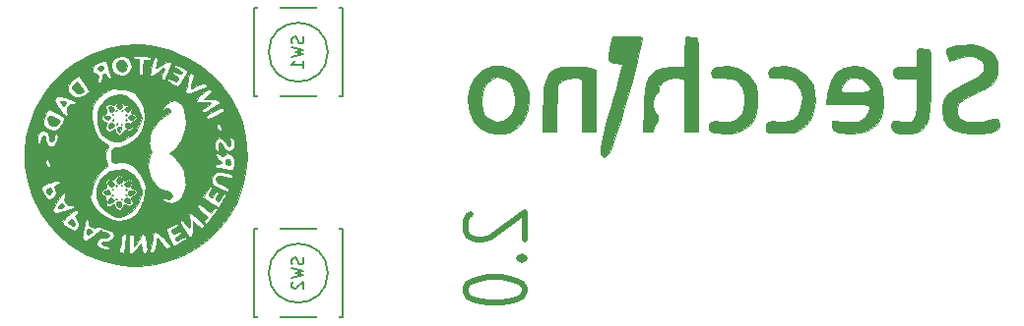
<source format=gbo>
G04 #@! TF.FileFunction,Legend,Bot*
%FSLAX46Y46*%
G04 Gerber Fmt 4.6, Leading zero omitted, Abs format (unit mm)*
G04 Created by KiCad (PCBNEW 4.0.2+dfsg1-stable) date Tue 13 Nov 2018 10:28:19 PM EST*
%MOMM*%
G01*
G04 APERTURE LIST*
%ADD10C,0.100000*%
%ADD11C,0.508000*%
%ADD12C,0.150000*%
%ADD13C,0.010000*%
%ADD14C,2.432000*%
%ADD15O,2.398980X1.901140*%
%ADD16O,1.901140X2.398980*%
%ADD17O,3.900120X2.099260*%
%ADD18C,4.199840*%
%ADD19C,2.398980*%
%ADD20C,1.797000*%
%ADD21R,2.432000X2.432000*%
%ADD22O,2.432000X2.432000*%
%ADD23R,2.432000X2.127200*%
%ADD24O,2.432000X2.127200*%
G04 APERTURE END LIST*
D10*
D11*
X141846905Y-123825000D02*
X141605000Y-124006429D01*
X141363095Y-124369286D01*
X141363095Y-125276429D01*
X141605000Y-125639286D01*
X141846905Y-125820715D01*
X142330714Y-126002143D01*
X142814524Y-126002143D01*
X143540238Y-125820715D01*
X146443095Y-123643572D01*
X146443095Y-126002143D01*
X145959286Y-127635000D02*
X146201190Y-127816428D01*
X146443095Y-127635000D01*
X146201190Y-127453571D01*
X145959286Y-127635000D01*
X146443095Y-127635000D01*
X141363095Y-130175000D02*
X141363095Y-130537857D01*
X141605000Y-130900714D01*
X141846905Y-131082143D01*
X142330714Y-131263572D01*
X143298333Y-131445000D01*
X144507857Y-131445000D01*
X145475476Y-131263572D01*
X145959286Y-131082143D01*
X146201190Y-130900714D01*
X146443095Y-130537857D01*
X146443095Y-130175000D01*
X146201190Y-129812143D01*
X145959286Y-129630714D01*
X145475476Y-129449286D01*
X144507857Y-129267857D01*
X143298333Y-129267857D01*
X142330714Y-129449286D01*
X141846905Y-129630714D01*
X141605000Y-129812143D01*
X141363095Y-130175000D01*
D12*
X129540000Y-109855000D02*
G75*
G03X129540000Y-109855000I-2540000J0D01*
G01*
X123190000Y-106045000D02*
X123190000Y-113665000D01*
X123190000Y-113665000D02*
X130810000Y-113665000D01*
X130810000Y-113665000D02*
X130810000Y-106045000D01*
X123190000Y-106045000D02*
X130810000Y-106045000D01*
X129540000Y-128905000D02*
G75*
G03X129540000Y-128905000I-2540000J0D01*
G01*
X123190000Y-125095000D02*
X123190000Y-132715000D01*
X123190000Y-132715000D02*
X130810000Y-132715000D01*
X130810000Y-132715000D02*
X130810000Y-125095000D01*
X123190000Y-125095000D02*
X130810000Y-125095000D01*
D13*
G36*
X103501898Y-119688314D02*
X103714771Y-120909939D01*
X104095414Y-122118998D01*
X104328109Y-122671764D01*
X104931975Y-123803832D01*
X105659863Y-124820668D01*
X106510900Y-125721380D01*
X107484211Y-126505081D01*
X108578922Y-127170881D01*
X108918712Y-127341658D01*
X110100132Y-127822595D01*
X111303322Y-128142109D01*
X112515025Y-128297070D01*
X113030000Y-128312334D01*
X114241306Y-128228348D01*
X115449739Y-127978477D01*
X116642043Y-127565852D01*
X117141288Y-127341658D01*
X118271015Y-126710190D01*
X119279596Y-125960563D01*
X120166155Y-125093667D01*
X120929820Y-124110391D01*
X121569715Y-123011623D01*
X121731890Y-122671764D01*
X122185175Y-121479487D01*
X122472913Y-120261037D01*
X122594005Y-119024483D01*
X122547358Y-117777898D01*
X122472207Y-117221000D01*
X122376549Y-116682813D01*
X122278174Y-116244535D01*
X122158700Y-115846305D01*
X121999746Y-115428264D01*
X121782931Y-114930551D01*
X121739482Y-114834776D01*
X121172969Y-113770607D01*
X121172969Y-117169416D01*
X121293264Y-117173469D01*
X121400373Y-117309445D01*
X121474462Y-117540064D01*
X121496667Y-117777778D01*
X121474327Y-118031640D01*
X121386499Y-118190036D01*
X121274621Y-118278348D01*
X121024668Y-118363699D01*
X120795236Y-118283047D01*
X120592059Y-118039077D01*
X120536264Y-117932726D01*
X120412739Y-117744756D01*
X120282853Y-117647882D01*
X120259359Y-117644334D01*
X120175288Y-117673220D01*
X120146577Y-117786877D01*
X120162922Y-118025334D01*
X120179883Y-118262379D01*
X120152380Y-118375310D01*
X120068710Y-118406147D01*
X120056808Y-118406334D01*
X119923633Y-118332942D01*
X119888000Y-118255954D01*
X119888000Y-118485944D01*
X120215875Y-118674645D01*
X120424078Y-118786395D01*
X120546635Y-118814102D01*
X120641606Y-118763289D01*
X120687589Y-118719506D01*
X120915686Y-118589576D01*
X121159236Y-118622998D01*
X121327333Y-118745000D01*
X121439932Y-118915837D01*
X121489531Y-119166580D01*
X121495370Y-119358834D01*
X121481462Y-119634301D01*
X121447365Y-119848185D01*
X121421601Y-119917698D01*
X121360768Y-119969155D01*
X121241203Y-119989762D01*
X121030043Y-119979691D01*
X120694426Y-119939114D01*
X120572532Y-119922148D01*
X120207496Y-119867162D01*
X120088002Y-119842506D01*
X120088002Y-120149745D01*
X120420739Y-120158161D01*
X120871598Y-120244794D01*
X121179167Y-120324432D01*
X121310592Y-120424678D01*
X121298078Y-120596870D01*
X121262537Y-120662772D01*
X121175957Y-120707678D01*
X120989737Y-120695060D01*
X120687142Y-120626417D01*
X120305002Y-120546974D01*
X120057475Y-120548746D01*
X119928282Y-120636107D01*
X119901141Y-120813432D01*
X119903496Y-120836999D01*
X119941376Y-120972337D01*
X120042390Y-121078839D01*
X120243326Y-121185429D01*
X120459500Y-121274163D01*
X120778632Y-121416587D01*
X120948569Y-121539286D01*
X120988667Y-121632020D01*
X120964935Y-121765566D01*
X120876780Y-121820741D01*
X120698758Y-121797745D01*
X120405428Y-121696778D01*
X120257826Y-121637759D01*
X119865855Y-121451993D01*
X119624826Y-121264908D01*
X119517928Y-121052085D01*
X119528352Y-120789104D01*
X119569922Y-120638407D01*
X119685454Y-120385408D01*
X119850527Y-120224007D01*
X120088002Y-120149745D01*
X120088002Y-119842506D01*
X119980428Y-119820308D01*
X119861092Y-119770177D01*
X119819256Y-119705357D01*
X119820802Y-119638450D01*
X119882839Y-119511227D01*
X120049108Y-119466280D01*
X120113489Y-119464667D01*
X120349710Y-119445206D01*
X120427428Y-119379879D01*
X120348981Y-119258275D01*
X120189894Y-119124501D01*
X119958007Y-118891540D01*
X119888000Y-118690090D01*
X119888000Y-118485944D01*
X119888000Y-118255954D01*
X119837548Y-118146947D01*
X119802995Y-117899621D01*
X119824413Y-117642235D01*
X119906245Y-117426062D01*
X119965684Y-117354319D01*
X120194095Y-117236476D01*
X120430241Y-117286353D01*
X120670489Y-117502717D01*
X120758651Y-117623167D01*
X120948548Y-117875790D01*
X121074935Y-117971674D01*
X121138459Y-117910788D01*
X121139769Y-117693103D01*
X121129299Y-117605684D01*
X121114643Y-117324944D01*
X121162404Y-117177555D01*
X121172969Y-117169416D01*
X121172969Y-113770607D01*
X121134118Y-113697627D01*
X120407404Y-112678560D01*
X120404001Y-112674945D01*
X120404001Y-114646482D01*
X120482911Y-114669149D01*
X120536332Y-114727249D01*
X120610115Y-114866188D01*
X120612798Y-114926697D01*
X120527277Y-114984273D01*
X120325059Y-115095153D01*
X120168629Y-115175235D01*
X120168629Y-115941346D01*
X120272302Y-116080176D01*
X120322328Y-116185833D01*
X120399767Y-116439014D01*
X120373935Y-116589048D01*
X120249967Y-116618712D01*
X120198008Y-116602963D01*
X120084586Y-116488271D01*
X120014111Y-116292672D01*
X120000764Y-116089033D01*
X120058728Y-115950222D01*
X120069450Y-115942423D01*
X120168629Y-115941346D01*
X120168629Y-115175235D01*
X120042350Y-115239883D01*
X119891469Y-115314309D01*
X119556106Y-115472577D01*
X119419883Y-115526416D01*
X119419883Y-121469292D01*
X119523942Y-121480325D01*
X119535564Y-121589148D01*
X119454113Y-121814141D01*
X119404266Y-121922131D01*
X119318216Y-122125701D01*
X119313674Y-122236264D01*
X119383099Y-122304707D01*
X119530998Y-122373846D01*
X119636437Y-122331685D01*
X119748429Y-122155782D01*
X119761000Y-122131667D01*
X119884343Y-121958415D01*
X120007913Y-121878314D01*
X120017174Y-121877667D01*
X120121757Y-121917077D01*
X120122738Y-122048511D01*
X120019660Y-122291771D01*
X120007016Y-122316440D01*
X119926010Y-122506225D01*
X119939203Y-122609196D01*
X119981806Y-122645316D01*
X120094685Y-122684266D01*
X120196802Y-122627221D01*
X120316528Y-122450127D01*
X120402134Y-122288976D01*
X120523624Y-122082351D01*
X120616493Y-122013680D01*
X120686656Y-122042289D01*
X120730741Y-122119870D01*
X120709844Y-122252668D01*
X120614636Y-122473680D01*
X120503698Y-122689289D01*
X120342009Y-122964709D01*
X120203708Y-123146698D01*
X120111402Y-123205843D01*
X120107553Y-123204742D01*
X119993259Y-123143044D01*
X119777339Y-123012665D01*
X119499688Y-122837910D01*
X119397047Y-122771885D01*
X118788253Y-122378058D01*
X119039343Y-121937362D01*
X119194480Y-121696514D01*
X119338366Y-121525401D01*
X119419883Y-121469292D01*
X119419883Y-115526416D01*
X119339067Y-115558358D01*
X119209897Y-115580025D01*
X119138139Y-115545950D01*
X119122922Y-115525585D01*
X119054756Y-115396362D01*
X119044266Y-115358334D01*
X119114043Y-115302797D01*
X119300934Y-115188947D01*
X119571756Y-115036477D01*
X119736348Y-114947609D01*
X120063321Y-114776732D01*
X120275005Y-114679349D01*
X120404001Y-114646482D01*
X120404001Y-112674945D01*
X119559084Y-111777313D01*
X119337286Y-111598151D01*
X119337286Y-113026353D01*
X119428597Y-113085470D01*
X119451148Y-113107196D01*
X119518424Y-113194590D01*
X119507085Y-113281496D01*
X119398188Y-113405812D01*
X119224363Y-113560903D01*
X118859633Y-113876667D01*
X119422396Y-113892650D01*
X119844065Y-113931020D01*
X120108625Y-114019017D01*
X120221495Y-114158745D01*
X120226667Y-114205034D01*
X120158566Y-114288415D01*
X119976266Y-114430832D01*
X119712767Y-114607620D01*
X119570500Y-114695424D01*
X119220289Y-114894824D01*
X118985268Y-115000124D01*
X118845540Y-115019330D01*
X118808500Y-115002057D01*
X118721560Y-114902562D01*
X118737207Y-114805106D01*
X118872370Y-114681279D01*
X119083515Y-114540608D01*
X119296868Y-114393551D01*
X119435140Y-114274704D01*
X119464515Y-114228900D01*
X119387280Y-114197394D01*
X119183918Y-114181390D01*
X118897185Y-114184068D01*
X118874721Y-114185055D01*
X118485882Y-114190354D01*
X118421587Y-114180155D01*
X118421587Y-122979851D01*
X118516139Y-122987479D01*
X118667559Y-123073323D01*
X118908839Y-123251389D01*
X118971616Y-123299950D01*
X119482046Y-123696335D01*
X119663856Y-123475392D01*
X119821739Y-123338584D01*
X119966691Y-123295190D01*
X120050971Y-123354606D01*
X120057333Y-123397957D01*
X120007074Y-123489369D01*
X119872709Y-123676977D01*
X119678852Y-123927155D01*
X119582132Y-124047068D01*
X119368476Y-124308631D01*
X119199573Y-124514971D01*
X119100880Y-124635010D01*
X119086197Y-124652546D01*
X119024008Y-124618035D01*
X118967456Y-124557668D01*
X118922203Y-124438461D01*
X118997444Y-124288092D01*
X119037320Y-124238122D01*
X119205191Y-124036667D01*
X118722918Y-123602984D01*
X118479514Y-123376203D01*
X118348465Y-123226652D01*
X118310520Y-123125010D01*
X118346426Y-123041956D01*
X118350915Y-123036433D01*
X118421587Y-122979851D01*
X118421587Y-114180155D01*
X118257740Y-114154163D01*
X118184104Y-114063657D01*
X118258782Y-113906014D01*
X118475583Y-113668408D01*
X118577687Y-113569861D01*
X118879927Y-113288815D01*
X119089544Y-113113939D01*
X119233133Y-113031147D01*
X119337286Y-113026353D01*
X119337286Y-111598151D01*
X118588902Y-110993627D01*
X117775557Y-110497424D01*
X117775557Y-111616324D01*
X117890965Y-111679290D01*
X117972105Y-111747932D01*
X118007382Y-111828401D01*
X117996126Y-111962483D01*
X117937667Y-112191966D01*
X117879533Y-112393257D01*
X117800214Y-112680170D01*
X117750254Y-112891065D01*
X117738971Y-112985921D01*
X117741149Y-112987667D01*
X117828654Y-112952375D01*
X118024592Y-112859811D01*
X118286705Y-112729945D01*
X118289091Y-112728741D01*
X118565519Y-112593729D01*
X118740205Y-112529962D01*
X118861079Y-112529485D01*
X118976071Y-112584346D01*
X119013689Y-112608506D01*
X119147435Y-112720001D01*
X119176133Y-112796360D01*
X119175221Y-112797335D01*
X119079960Y-112849150D01*
X118864083Y-112948077D01*
X118563981Y-113077806D01*
X118349898Y-113167247D01*
X117963495Y-113319325D01*
X117698194Y-113403480D01*
X117696725Y-113403680D01*
X117696725Y-123691784D01*
X117792136Y-123723225D01*
X117974062Y-123854016D01*
X118212306Y-124060819D01*
X118370535Y-124212485D01*
X118636870Y-124480480D01*
X118798045Y-124659005D01*
X118870911Y-124776010D01*
X118872317Y-124859445D01*
X118819116Y-124937257D01*
X118812172Y-124944998D01*
X118725425Y-125025183D01*
X118641579Y-125030333D01*
X118519637Y-124945009D01*
X118327434Y-124762428D01*
X117983000Y-124424825D01*
X117976335Y-125021120D01*
X117954584Y-125397780D01*
X117892518Y-125631353D01*
X117779624Y-125745442D01*
X117644333Y-125766499D01*
X117558603Y-125697299D01*
X117419686Y-125520264D01*
X117252486Y-125275404D01*
X117081905Y-125002729D01*
X116932846Y-124742247D01*
X116830213Y-124533967D01*
X116798908Y-124417900D01*
X116801211Y-124411932D01*
X116924470Y-124333983D01*
X117093733Y-124411469D01*
X117299698Y-124639777D01*
X117321342Y-124669859D01*
X117474578Y-124866542D01*
X117596923Y-124988820D01*
X117635590Y-125008526D01*
X117666272Y-124931732D01*
X117675476Y-124724594D01*
X117661845Y-124424900D01*
X117658184Y-124379448D01*
X117638864Y-123988805D01*
X117660021Y-123756757D01*
X117696725Y-123691784D01*
X117696725Y-113403680D01*
X117523524Y-113427282D01*
X117412456Y-113400184D01*
X117296139Y-113271901D01*
X117305602Y-113171674D01*
X117347415Y-113024669D01*
X117408601Y-112761927D01*
X117477510Y-112434175D01*
X117493670Y-112352667D01*
X117561288Y-112031023D01*
X117623452Y-111776299D01*
X117669229Y-111632173D01*
X117677668Y-111617533D01*
X117775557Y-111616324D01*
X117775557Y-110497424D01*
X117496602Y-110327239D01*
X117141288Y-110148342D01*
X116381788Y-109839162D01*
X116381788Y-110871000D01*
X116489735Y-110907757D01*
X116690052Y-111001806D01*
X116937305Y-111128812D01*
X117186060Y-111264440D01*
X117390883Y-111384356D01*
X117506339Y-111464225D01*
X117517333Y-111479199D01*
X117474504Y-111575008D01*
X117360213Y-111775750D01*
X117195753Y-112044686D01*
X117122995Y-112159527D01*
X116941526Y-112441985D01*
X116796206Y-112665870D01*
X116709970Y-112795942D01*
X116697295Y-112813644D01*
X116603993Y-112808099D01*
X116419547Y-112733543D01*
X116333315Y-112689227D01*
X116333315Y-113997095D01*
X116636600Y-114089413D01*
X116909676Y-114345316D01*
X117147845Y-114763144D01*
X117184594Y-114850334D01*
X117309726Y-115343666D01*
X117334029Y-115917864D01*
X117257586Y-116517812D01*
X117181704Y-116809915D01*
X116939375Y-117418703D01*
X116624390Y-117936370D01*
X116259177Y-118326977D01*
X116211298Y-118364937D01*
X115903453Y-118599741D01*
X116153252Y-118751652D01*
X116460448Y-119007150D01*
X116757356Y-119370586D01*
X117004370Y-119783125D01*
X117161879Y-120185929D01*
X117183259Y-120281673D01*
X117261815Y-120723065D01*
X117309750Y-121039110D01*
X117325808Y-121271226D01*
X117308736Y-121460834D01*
X117257276Y-121649354D01*
X117170173Y-121878204D01*
X117131991Y-121973120D01*
X116991060Y-122297193D01*
X116865244Y-122505266D01*
X116720093Y-122643260D01*
X116557452Y-122738898D01*
X116554699Y-122739746D01*
X116554699Y-124616220D01*
X116643179Y-124638683D01*
X116671388Y-124672834D01*
X116676407Y-124779240D01*
X116546419Y-124899839D01*
X116439337Y-124964779D01*
X116204189Y-125117839D01*
X116109148Y-125247296D01*
X116134729Y-125386149D01*
X116162430Y-125433667D01*
X116236117Y-125507806D01*
X116344923Y-125494783D01*
X116512981Y-125408827D01*
X116724566Y-125315765D01*
X116853163Y-125333145D01*
X116874427Y-125351337D01*
X116903898Y-125455765D01*
X116789299Y-125590779D01*
X116775367Y-125602332D01*
X116602624Y-125728073D01*
X116484968Y-125791900D01*
X116427056Y-125884960D01*
X116442097Y-125970484D01*
X116489445Y-126053836D01*
X116571340Y-126062878D01*
X116735081Y-125994452D01*
X116834957Y-125944240D01*
X117111193Y-125816443D01*
X117271444Y-125780944D01*
X117340233Y-125835540D01*
X117348000Y-125898115D01*
X117277511Y-125997562D01*
X117092981Y-126135985D01*
X116842414Y-126279115D01*
X116574845Y-126408964D01*
X116365726Y-126500868D01*
X116262994Y-126534334D01*
X116207344Y-126462100D01*
X116110979Y-126273983D01*
X115992080Y-126012863D01*
X115868830Y-125721618D01*
X115759408Y-125443125D01*
X115681998Y-125220264D01*
X115654667Y-125099680D01*
X115724313Y-125028379D01*
X115905735Y-124911567D01*
X116126133Y-124791982D01*
X116394634Y-124664636D01*
X116554699Y-124616220D01*
X116554699Y-122739746D01*
X116163303Y-122860364D01*
X115780010Y-122813500D01*
X115510926Y-122678817D01*
X115346398Y-122542065D01*
X115337638Y-122463400D01*
X115476510Y-122458375D01*
X115608957Y-122491428D01*
X115845839Y-122538963D01*
X116001074Y-122496319D01*
X116032290Y-122473136D01*
X116152898Y-122290979D01*
X116127213Y-122095638D01*
X115972740Y-121916873D01*
X115706984Y-121784446D01*
X115612333Y-121759123D01*
X115109321Y-121577159D01*
X114739272Y-121297373D01*
X114739272Y-125349000D01*
X114876142Y-125410682D01*
X115094344Y-125581257D01*
X115367425Y-125839013D01*
X115487203Y-125962834D01*
X115749796Y-126246049D01*
X115908164Y-126435187D01*
X115977925Y-126555804D01*
X115974694Y-126633453D01*
X115927687Y-126683641D01*
X115775344Y-126758999D01*
X115700423Y-126761600D01*
X115605718Y-126683977D01*
X115445675Y-126510134D01*
X115273667Y-126301091D01*
X115092370Y-126078637D01*
X114950835Y-125920608D01*
X114883157Y-125863299D01*
X114846124Y-125936049D01*
X114804155Y-126130673D01*
X114775538Y-126331570D01*
X114708994Y-126730761D01*
X114615267Y-126981900D01*
X114483962Y-127105436D01*
X114371104Y-127127000D01*
X114296171Y-127124983D01*
X114248843Y-127101962D01*
X114230540Y-127032482D01*
X114242683Y-126891089D01*
X114286690Y-126652327D01*
X114363982Y-126290742D01*
X114436031Y-125962834D01*
X114514260Y-125640214D01*
X114583438Y-125452301D01*
X114659741Y-125366353D01*
X114739272Y-125349000D01*
X114739272Y-121297373D01*
X114704597Y-121271155D01*
X114385003Y-120828759D01*
X114208777Y-120441579D01*
X114109377Y-120052783D01*
X114073709Y-119618855D01*
X114100269Y-119198137D01*
X114187555Y-118848969D01*
X114253139Y-118719995D01*
X114354219Y-118515861D01*
X114340140Y-118344932D01*
X114319319Y-118296662D01*
X114226884Y-118057921D01*
X114181855Y-117898334D01*
X114168784Y-117676957D01*
X114194679Y-117370715D01*
X114249291Y-117036706D01*
X114322372Y-116732028D01*
X114403675Y-116513778D01*
X114440190Y-116459000D01*
X114557247Y-116316660D01*
X114721424Y-116097582D01*
X114810749Y-115972446D01*
X115095880Y-115663051D01*
X115430880Y-115439807D01*
X115702617Y-115271692D01*
X115894154Y-115075260D01*
X115977776Y-114885663D01*
X115955989Y-114773740D01*
X115826262Y-114694308D01*
X115649202Y-114692624D01*
X115527667Y-114765667D01*
X115420367Y-114846854D01*
X115330971Y-114801196D01*
X115316000Y-114733186D01*
X115374868Y-114614223D01*
X115525913Y-114435260D01*
X115654910Y-114309852D01*
X116004519Y-114070021D01*
X116333315Y-113997095D01*
X116333315Y-112689227D01*
X116192410Y-112616813D01*
X115971032Y-112484745D01*
X115803866Y-112364178D01*
X115739333Y-112283031D01*
X115765498Y-112155911D01*
X115863281Y-112128021D01*
X116061616Y-112197180D01*
X116173196Y-112250347D01*
X116394887Y-112348865D01*
X116518672Y-112365044D01*
X116591256Y-112304638D01*
X116592899Y-112302070D01*
X116663396Y-112116556D01*
X116587642Y-111979955D01*
X116416667Y-111887000D01*
X116216483Y-111759843D01*
X116163179Y-111616757D01*
X116215734Y-111523488D01*
X116318784Y-111522139D01*
X116499102Y-111589779D01*
X116519709Y-111600170D01*
X116746239Y-111678107D01*
X116925190Y-111671859D01*
X117008129Y-111584622D01*
X117009333Y-111567862D01*
X116939765Y-111493511D01*
X116762255Y-111381803D01*
X116630217Y-111313220D01*
X116388224Y-111173013D01*
X116295682Y-111055278D01*
X116300609Y-111000016D01*
X116360087Y-110887403D01*
X116381788Y-110871000D01*
X116381788Y-109839162D01*
X115959868Y-109667405D01*
X114756678Y-109347891D01*
X114714965Y-109342557D01*
X114714965Y-110296381D01*
X114800297Y-110318222D01*
X114890945Y-110361626D01*
X114920520Y-110444823D01*
X114893872Y-110614218D01*
X114849536Y-110789354D01*
X114794595Y-111025938D01*
X114773531Y-111178393D01*
X114781427Y-111209667D01*
X114873226Y-111165868D01*
X115037580Y-111059651D01*
X115048930Y-111051711D01*
X115396171Y-110833788D01*
X115691654Y-110698636D01*
X115903449Y-110659881D01*
X115945637Y-110668991D01*
X116025618Y-110709106D01*
X116062411Y-110773217D01*
X116051545Y-110892193D01*
X115988547Y-111096902D01*
X115868945Y-111418212D01*
X115817846Y-111551065D01*
X115674172Y-111899249D01*
X115560545Y-112110072D01*
X115460914Y-112209112D01*
X115394512Y-112225667D01*
X115277481Y-112195957D01*
X115239504Y-112088752D01*
X115278926Y-111876940D01*
X115358333Y-111633000D01*
X115434611Y-111410410D01*
X115479912Y-111265862D01*
X115485333Y-111241355D01*
X115430410Y-111206682D01*
X115270096Y-111294885D01*
X115011071Y-111501901D01*
X114910011Y-111591151D01*
X114643835Y-111798809D01*
X114428222Y-111907625D01*
X114284739Y-111913108D01*
X114234951Y-111810770D01*
X114248732Y-111728807D01*
X114281381Y-111580314D01*
X114331242Y-111319076D01*
X114387981Y-110999425D01*
X114392495Y-110973030D01*
X114459554Y-110619562D01*
X114524351Y-110407112D01*
X114603837Y-110308459D01*
X114714965Y-110296381D01*
X114714965Y-109342557D01*
X113544974Y-109192930D01*
X113077368Y-109179071D01*
X113077368Y-110175209D01*
X113422502Y-110180744D01*
X113495376Y-110183152D01*
X113895328Y-110199551D01*
X114152818Y-110220386D01*
X114294695Y-110252894D01*
X114347808Y-110304315D01*
X114339006Y-110381885D01*
X114329577Y-110408045D01*
X114212267Y-110500371D01*
X114004555Y-110532334D01*
X113727228Y-110532334D01*
X113667723Y-111167334D01*
X113631533Y-111494914D01*
X113591245Y-111687296D01*
X113535008Y-111778438D01*
X113450972Y-111802297D01*
X113446109Y-111802334D01*
X113364911Y-111786248D01*
X113316356Y-111715361D01*
X113292255Y-111555725D01*
X113284417Y-111273393D01*
X113284000Y-111130365D01*
X113284000Y-110458396D01*
X113008833Y-110431865D01*
X112800586Y-110376375D01*
X112733667Y-110281079D01*
X112762129Y-110221626D01*
X112866970Y-110187586D01*
X113077368Y-110175209D01*
X113077368Y-109179071D01*
X113030000Y-109177667D01*
X112010616Y-109248346D01*
X112010616Y-110199438D01*
X112186902Y-110234403D01*
X112341452Y-110342257D01*
X112433447Y-110430755D01*
X112643093Y-110741454D01*
X112687256Y-111086412D01*
X112570683Y-111451388D01*
X112348215Y-111706393D01*
X112017483Y-111855898D01*
X111750450Y-111887000D01*
X111401716Y-111826329D01*
X111293549Y-111743767D01*
X111293549Y-113000766D01*
X111626745Y-113020206D01*
X111711920Y-113027359D01*
X112074820Y-113071620D01*
X112406127Y-113134481D01*
X112641974Y-113203456D01*
X112665665Y-113213791D01*
X112929479Y-113401879D01*
X113204827Y-113699944D01*
X113454229Y-114055876D01*
X113640211Y-114417566D01*
X113718396Y-114677538D01*
X113789868Y-115425258D01*
X113736517Y-116067588D01*
X113555370Y-116616720D01*
X113243454Y-117084848D01*
X113093546Y-117240690D01*
X112689275Y-117576091D01*
X112275720Y-117833213D01*
X111887389Y-117994980D01*
X111558789Y-118044319D01*
X111485591Y-118036298D01*
X111228704Y-118021218D01*
X111062848Y-118105575D01*
X110964018Y-118313336D01*
X110914618Y-118606327D01*
X110884798Y-118976471D01*
X110910520Y-119208470D01*
X111016398Y-119330665D01*
X111227049Y-119371397D01*
X111567089Y-119359006D01*
X111568302Y-119358919D01*
X112011315Y-119356047D01*
X112369091Y-119434014D01*
X112698960Y-119614353D01*
X113058145Y-119918496D01*
X113473706Y-120395148D01*
X113735725Y-120899661D01*
X113848493Y-121450714D01*
X113816298Y-122066985D01*
X113683074Y-122639667D01*
X113652073Y-122724817D01*
X113652073Y-125520596D01*
X113763444Y-125588755D01*
X113856533Y-125822226D01*
X113930667Y-126196683D01*
X113989530Y-126614057D01*
X114012785Y-126892506D01*
X113996525Y-127059442D01*
X113936840Y-127142280D01*
X113829823Y-127168434D01*
X113792000Y-127169334D01*
X113668858Y-127154091D01*
X113597739Y-127081039D01*
X113555638Y-126909187D01*
X113530634Y-126703667D01*
X113501803Y-126468610D01*
X113478147Y-126337823D01*
X113467134Y-126331913D01*
X113395258Y-126475717D01*
X113237160Y-126675743D01*
X113034308Y-126889943D01*
X112828172Y-127076271D01*
X112660222Y-127192679D01*
X112599471Y-127211667D01*
X112523986Y-127197795D01*
X112476330Y-127135352D01*
X112450206Y-126993097D01*
X112439316Y-126739789D01*
X112437333Y-126407334D01*
X112438803Y-126034715D01*
X112448777Y-125799711D01*
X112475603Y-125670603D01*
X112527627Y-125615674D01*
X112613196Y-125603204D01*
X112649000Y-125603000D01*
X112765322Y-125613438D01*
X112828682Y-125670980D01*
X112855113Y-125814965D01*
X112860645Y-126084732D01*
X112860667Y-126122418D01*
X112860667Y-126641836D01*
X113018363Y-126439918D01*
X113154925Y-126237827D01*
X113309684Y-125971314D01*
X113361480Y-125872816D01*
X113519169Y-125615900D01*
X113652073Y-125520596D01*
X113652073Y-122724817D01*
X113469124Y-123227322D01*
X113211223Y-123670871D01*
X112887369Y-123994114D01*
X112475560Y-124220850D01*
X112113573Y-124337362D01*
X112027700Y-124346296D01*
X112027700Y-125518334D01*
X112119361Y-125529734D01*
X112166067Y-125588622D01*
X112175497Y-125732028D01*
X112155333Y-125996983D01*
X112146242Y-126089834D01*
X112109781Y-126428584D01*
X112071835Y-126737412D01*
X112044742Y-126923427D01*
X111993368Y-127103819D01*
X111895530Y-127157362D01*
X111795363Y-127146390D01*
X111640207Y-127110818D01*
X111590667Y-127090346D01*
X111603750Y-127005019D01*
X111637745Y-126800411D01*
X111676713Y-126571050D01*
X111732302Y-126244159D01*
X111783195Y-125941023D01*
X111807549Y-125793500D01*
X111870216Y-125592627D01*
X111988236Y-125520699D01*
X112027700Y-125518334D01*
X112027700Y-124346296D01*
X111565205Y-124394418D01*
X111006070Y-124302912D01*
X110465659Y-124078757D01*
X109973465Y-123737868D01*
X109558979Y-123296161D01*
X109265247Y-122800309D01*
X109142088Y-122497384D01*
X109097493Y-122296928D01*
X109122824Y-122156258D01*
X109131392Y-122139031D01*
X109200450Y-121924441D01*
X109220000Y-121745456D01*
X109278973Y-121436615D01*
X109437659Y-121059175D01*
X109668702Y-120656468D01*
X109944751Y-120271827D01*
X110238453Y-119948581D01*
X110473645Y-119759489D01*
X110594334Y-119669107D01*
X110624672Y-119572951D01*
X110573754Y-119407951D01*
X110537145Y-119319220D01*
X110422888Y-118940008D01*
X110433949Y-118595306D01*
X110532333Y-118292393D01*
X110629897Y-118030464D01*
X110641340Y-117872624D01*
X110557809Y-117772287D01*
X110420495Y-117703746D01*
X110078387Y-117471948D01*
X109772213Y-117092993D01*
X109516991Y-116587764D01*
X109418111Y-116310093D01*
X109307976Y-115924152D01*
X109254556Y-115611637D01*
X109248156Y-115290208D01*
X109266128Y-115019667D01*
X109352957Y-114498900D01*
X109528589Y-114073667D01*
X109814288Y-113715447D01*
X110231321Y-113395716D01*
X110653587Y-113158680D01*
X110864642Y-113062846D01*
X111058739Y-113012594D01*
X111293549Y-113000766D01*
X111293549Y-111743767D01*
X111149042Y-111633465D01*
X111041210Y-111465361D01*
X110917507Y-111082018D01*
X110949292Y-110742193D01*
X111124041Y-110468305D01*
X111429227Y-110282772D01*
X111739929Y-110214728D01*
X112010616Y-110199438D01*
X112010616Y-109248346D01*
X111818694Y-109261653D01*
X110610261Y-109511523D01*
X110425179Y-109575575D01*
X110425179Y-110567489D01*
X110485065Y-110583843D01*
X110533638Y-110687603D01*
X110609844Y-110906482D01*
X110699132Y-111191603D01*
X110786956Y-111494090D01*
X110858766Y-111765065D01*
X110900015Y-111955653D01*
X110904456Y-111992834D01*
X110846350Y-112118228D01*
X110752282Y-112141000D01*
X110597132Y-112059879D01*
X110498895Y-111876124D01*
X110423826Y-111704730D01*
X110348651Y-111672656D01*
X110278946Y-111717158D01*
X110190190Y-111870953D01*
X110151399Y-112096880D01*
X110151333Y-112106055D01*
X110102113Y-112360589D01*
X109987138Y-112476917D01*
X109827107Y-112516476D01*
X109752763Y-112414902D01*
X109761964Y-112168688D01*
X109770015Y-112121274D01*
X109784799Y-111920426D01*
X109708208Y-111794649D01*
X109562455Y-111700438D01*
X109354256Y-111507764D01*
X109295039Y-111272049D01*
X109386019Y-111032948D01*
X109537500Y-110886374D01*
X109743254Y-110770302D01*
X109996120Y-110666863D01*
X110241596Y-110593459D01*
X110425179Y-110567489D01*
X110425179Y-109575575D01*
X109417956Y-109924149D01*
X108918712Y-110148342D01*
X108113197Y-110598589D01*
X108113197Y-111881052D01*
X108577003Y-112497859D01*
X108779156Y-112778576D01*
X108931281Y-113012689D01*
X109011425Y-113165272D01*
X109017872Y-113199334D01*
X108940252Y-113293323D01*
X108790815Y-113420052D01*
X108790815Y-124222009D01*
X108894415Y-124255335D01*
X109008831Y-124381250D01*
X109001455Y-124541928D01*
X108994947Y-124694432D01*
X109093447Y-124809198D01*
X109228294Y-124887623D01*
X109450737Y-124976436D01*
X109608818Y-124962297D01*
X109657373Y-124936548D01*
X109818606Y-124887977D01*
X110032669Y-124940908D01*
X110085938Y-124963294D01*
X110350870Y-125063669D01*
X110597987Y-125134315D01*
X110881264Y-125252932D01*
X111076835Y-125447939D01*
X111159454Y-125680133D01*
X111103877Y-125910309D01*
X111100814Y-125915203D01*
X110947809Y-126037378D01*
X110692795Y-126137628D01*
X110403087Y-126191922D01*
X110315155Y-126195667D01*
X110139140Y-126215705D01*
X110066667Y-126263400D01*
X110141762Y-126407374D01*
X110329164Y-126508143D01*
X110506933Y-126534334D01*
X110683429Y-126563857D01*
X110742353Y-126675216D01*
X110744000Y-126714745D01*
X110723958Y-126831096D01*
X110632002Y-126866895D01*
X110438711Y-126845615D01*
X110115092Y-126752013D01*
X109844376Y-126600099D01*
X109680944Y-126421608D01*
X109669986Y-126397001D01*
X109665855Y-126227705D01*
X109715054Y-126063268D01*
X109814007Y-125923004D01*
X109977862Y-125864893D01*
X110142593Y-125857000D01*
X110498839Y-125830539D01*
X110697104Y-125750469D01*
X110744000Y-125649865D01*
X110672321Y-125543622D01*
X110500998Y-125435849D01*
X110295601Y-125362137D01*
X110189683Y-125349000D01*
X110084888Y-125279886D01*
X110066667Y-125204372D01*
X110031879Y-125153359D01*
X109917714Y-125215748D01*
X109709468Y-125399618D01*
X109706833Y-125402124D01*
X109349194Y-125726095D01*
X109055432Y-125959140D01*
X108844037Y-126087410D01*
X108764082Y-126108307D01*
X108624395Y-126058739D01*
X108524004Y-125994971D01*
X108447284Y-125914333D01*
X108416722Y-125795687D01*
X108428170Y-125593362D01*
X108464639Y-125341497D01*
X108526314Y-124996943D01*
X108596207Y-124669479D01*
X108643787Y-124484781D01*
X108715648Y-124286127D01*
X108790815Y-124222009D01*
X108790815Y-113420052D01*
X108767328Y-113439971D01*
X108640790Y-113533585D01*
X108254591Y-113735574D01*
X107901210Y-113772181D01*
X107576751Y-113643328D01*
X107416405Y-113509149D01*
X107207014Y-113217443D01*
X107159778Y-112998420D01*
X107230245Y-112718170D01*
X107416855Y-112417936D01*
X107682423Y-112149589D01*
X107852434Y-112032193D01*
X108113197Y-111881052D01*
X108113197Y-110598589D01*
X107788985Y-110779810D01*
X106780404Y-111529437D01*
X106439774Y-111862511D01*
X106439774Y-113619534D01*
X106492084Y-113629572D01*
X106942229Y-113743377D01*
X107325390Y-113866107D01*
X107626255Y-113988761D01*
X107829515Y-114102339D01*
X107919857Y-114197840D01*
X107881971Y-114266262D01*
X107806592Y-114279700D01*
X107806592Y-123445235D01*
X107928070Y-123448738D01*
X108000566Y-123493166D01*
X108071305Y-123582757D01*
X108032104Y-123687461D01*
X107941877Y-123791313D01*
X107758780Y-123986211D01*
X107985873Y-124256096D01*
X108158397Y-124550201D01*
X108165848Y-124820632D01*
X108008644Y-125059429D01*
X107940618Y-125115526D01*
X107797634Y-125212432D01*
X107683515Y-125234905D01*
X107530753Y-125181694D01*
X107377121Y-125105095D01*
X107117901Y-124941301D01*
X106896961Y-124750107D01*
X106854234Y-124701000D01*
X106673794Y-124471608D01*
X107121397Y-124015061D01*
X107427027Y-123714285D01*
X107647501Y-123529047D01*
X107806592Y-123445235D01*
X107806592Y-114279700D01*
X107700545Y-114298606D01*
X107632528Y-114300000D01*
X107366824Y-114365739D01*
X107172382Y-114533800D01*
X107082704Y-114760446D01*
X107116865Y-114973222D01*
X107173918Y-115167477D01*
X107121558Y-115289308D01*
X107033537Y-115335119D01*
X106925780Y-115294391D01*
X106781445Y-115151191D01*
X106583686Y-114889585D01*
X106374665Y-114582793D01*
X106185954Y-114293895D01*
X106080306Y-114106320D01*
X106045522Y-113981399D01*
X106069402Y-113880459D01*
X106124119Y-113788585D01*
X106263980Y-113639019D01*
X106439774Y-113619534D01*
X106439774Y-111862511D01*
X105893844Y-112396333D01*
X105555950Y-112831397D01*
X105555950Y-114741510D01*
X106244891Y-115113422D01*
X106545830Y-115282632D01*
X106780127Y-115427226D01*
X106914537Y-115526032D01*
X106933916Y-115552206D01*
X106898443Y-115663673D01*
X106881415Y-115701518D01*
X106881415Y-121962334D01*
X106949645Y-122032300D01*
X106973460Y-122191053D01*
X106944237Y-122361870D01*
X106929858Y-122393406D01*
X106891242Y-122560304D01*
X106964093Y-122764345D01*
X106993662Y-122816655D01*
X107123888Y-122991684D01*
X107264684Y-123042446D01*
X107375782Y-123029376D01*
X107584324Y-123033144D01*
X107687449Y-123129160D01*
X107719825Y-123207913D01*
X107699528Y-123272475D01*
X107602131Y-123335980D01*
X107403207Y-123411564D01*
X107078328Y-123512359D01*
X106849603Y-123579652D01*
X106486712Y-123680193D01*
X106247897Y-123726036D01*
X106096756Y-123716528D01*
X105996887Y-123651013D01*
X105932768Y-123563185D01*
X105881051Y-123445483D01*
X105893735Y-123316103D01*
X105982952Y-123126944D01*
X106087610Y-122949352D01*
X106257853Y-122690067D01*
X106452114Y-122424844D01*
X106640730Y-122190564D01*
X106794039Y-122024110D01*
X106881415Y-121962334D01*
X106881415Y-115701518D01*
X106809714Y-115860877D01*
X106773676Y-115933206D01*
X106547319Y-116289730D01*
X106360897Y-116444177D01*
X106360897Y-120909033D01*
X106430404Y-120951389D01*
X106435644Y-120959039D01*
X106498712Y-121087985D01*
X106456399Y-121169297D01*
X106281457Y-121249689D01*
X106261746Y-121257166D01*
X106100974Y-121331122D01*
X106052627Y-121425483D01*
X106090728Y-121604507D01*
X106103853Y-121647718D01*
X106156639Y-122012364D01*
X106071037Y-122295067D01*
X105877951Y-122469111D01*
X105618996Y-122525995D01*
X105373728Y-122418715D01*
X105151029Y-122152370D01*
X105072179Y-122006415D01*
X104941202Y-121710668D01*
X104898437Y-121503138D01*
X104961380Y-121354516D01*
X105147529Y-121235491D01*
X105474379Y-121116753D01*
X105632607Y-121067594D01*
X105993143Y-120962926D01*
X106225525Y-120911475D01*
X106360897Y-120909033D01*
X106360897Y-116444177D01*
X106297751Y-116496493D01*
X105998715Y-116573043D01*
X105912674Y-116574113D01*
X105550178Y-116507021D01*
X105271130Y-116341712D01*
X105151628Y-116160211D01*
X105151628Y-116577662D01*
X105374738Y-116667545D01*
X105519319Y-116866585D01*
X105534664Y-116921787D01*
X105589237Y-117184149D01*
X105623280Y-117348000D01*
X105699360Y-117527477D01*
X105802739Y-117565729D01*
X105905836Y-117481728D01*
X105981069Y-117294441D01*
X106002667Y-117087075D01*
X106045225Y-116924637D01*
X106172000Y-116882334D01*
X106303419Y-116949909D01*
X106341806Y-117137953D01*
X106285617Y-117424446D01*
X106222062Y-117596561D01*
X106054512Y-117842257D01*
X105836969Y-117961145D01*
X105610939Y-117950119D01*
X105417930Y-117806074D01*
X105404635Y-117782111D01*
X105404635Y-119083667D01*
X105531418Y-119134095D01*
X105595573Y-119308847D01*
X105602752Y-119358834D01*
X105630246Y-119567533D01*
X105649910Y-119694885D01*
X105650450Y-119697500D01*
X105592144Y-119749849D01*
X105504541Y-119761000D01*
X105354379Y-119686296D01*
X105294031Y-119570500D01*
X105243418Y-119284076D01*
X105284724Y-119126961D01*
X105404635Y-119083667D01*
X105404635Y-117782111D01*
X105338376Y-117662685D01*
X105260498Y-117410295D01*
X105223437Y-117221000D01*
X105165054Y-117041893D01*
X105071591Y-117005807D01*
X104974926Y-117100229D01*
X104906934Y-117312645D01*
X104902000Y-117347180D01*
X104838241Y-117602259D01*
X104724837Y-117710081D01*
X104711500Y-117713222D01*
X104609940Y-117698246D01*
X104568280Y-117575366D01*
X104563333Y-117444387D01*
X104614024Y-117039892D01*
X104759907Y-116747844D01*
X104908657Y-116624771D01*
X105151628Y-116577662D01*
X105151628Y-116160211D01*
X105112857Y-116101325D01*
X105104970Y-116073492D01*
X105096592Y-115807355D01*
X105162938Y-115473660D01*
X105284658Y-115145648D01*
X105403527Y-114943581D01*
X105555950Y-114741510D01*
X105555950Y-112831397D01*
X105130180Y-113379610D01*
X104490285Y-114478377D01*
X104328109Y-114818236D01*
X103869901Y-116019084D01*
X103579463Y-117235782D01*
X103456796Y-118461227D01*
X103501898Y-119688314D01*
X103501898Y-119688314D01*
G37*
X103501898Y-119688314D02*
X103714771Y-120909939D01*
X104095414Y-122118998D01*
X104328109Y-122671764D01*
X104931975Y-123803832D01*
X105659863Y-124820668D01*
X106510900Y-125721380D01*
X107484211Y-126505081D01*
X108578922Y-127170881D01*
X108918712Y-127341658D01*
X110100132Y-127822595D01*
X111303322Y-128142109D01*
X112515025Y-128297070D01*
X113030000Y-128312334D01*
X114241306Y-128228348D01*
X115449739Y-127978477D01*
X116642043Y-127565852D01*
X117141288Y-127341658D01*
X118271015Y-126710190D01*
X119279596Y-125960563D01*
X120166155Y-125093667D01*
X120929820Y-124110391D01*
X121569715Y-123011623D01*
X121731890Y-122671764D01*
X122185175Y-121479487D01*
X122472913Y-120261037D01*
X122594005Y-119024483D01*
X122547358Y-117777898D01*
X122472207Y-117221000D01*
X122376549Y-116682813D01*
X122278174Y-116244535D01*
X122158700Y-115846305D01*
X121999746Y-115428264D01*
X121782931Y-114930551D01*
X121739482Y-114834776D01*
X121172969Y-113770607D01*
X121172969Y-117169416D01*
X121293264Y-117173469D01*
X121400373Y-117309445D01*
X121474462Y-117540064D01*
X121496667Y-117777778D01*
X121474327Y-118031640D01*
X121386499Y-118190036D01*
X121274621Y-118278348D01*
X121024668Y-118363699D01*
X120795236Y-118283047D01*
X120592059Y-118039077D01*
X120536264Y-117932726D01*
X120412739Y-117744756D01*
X120282853Y-117647882D01*
X120259359Y-117644334D01*
X120175288Y-117673220D01*
X120146577Y-117786877D01*
X120162922Y-118025334D01*
X120179883Y-118262379D01*
X120152380Y-118375310D01*
X120068710Y-118406147D01*
X120056808Y-118406334D01*
X119923633Y-118332942D01*
X119888000Y-118255954D01*
X119888000Y-118485944D01*
X120215875Y-118674645D01*
X120424078Y-118786395D01*
X120546635Y-118814102D01*
X120641606Y-118763289D01*
X120687589Y-118719506D01*
X120915686Y-118589576D01*
X121159236Y-118622998D01*
X121327333Y-118745000D01*
X121439932Y-118915837D01*
X121489531Y-119166580D01*
X121495370Y-119358834D01*
X121481462Y-119634301D01*
X121447365Y-119848185D01*
X121421601Y-119917698D01*
X121360768Y-119969155D01*
X121241203Y-119989762D01*
X121030043Y-119979691D01*
X120694426Y-119939114D01*
X120572532Y-119922148D01*
X120207496Y-119867162D01*
X120088002Y-119842506D01*
X120088002Y-120149745D01*
X120420739Y-120158161D01*
X120871598Y-120244794D01*
X121179167Y-120324432D01*
X121310592Y-120424678D01*
X121298078Y-120596870D01*
X121262537Y-120662772D01*
X121175957Y-120707678D01*
X120989737Y-120695060D01*
X120687142Y-120626417D01*
X120305002Y-120546974D01*
X120057475Y-120548746D01*
X119928282Y-120636107D01*
X119901141Y-120813432D01*
X119903496Y-120836999D01*
X119941376Y-120972337D01*
X120042390Y-121078839D01*
X120243326Y-121185429D01*
X120459500Y-121274163D01*
X120778632Y-121416587D01*
X120948569Y-121539286D01*
X120988667Y-121632020D01*
X120964935Y-121765566D01*
X120876780Y-121820741D01*
X120698758Y-121797745D01*
X120405428Y-121696778D01*
X120257826Y-121637759D01*
X119865855Y-121451993D01*
X119624826Y-121264908D01*
X119517928Y-121052085D01*
X119528352Y-120789104D01*
X119569922Y-120638407D01*
X119685454Y-120385408D01*
X119850527Y-120224007D01*
X120088002Y-120149745D01*
X120088002Y-119842506D01*
X119980428Y-119820308D01*
X119861092Y-119770177D01*
X119819256Y-119705357D01*
X119820802Y-119638450D01*
X119882839Y-119511227D01*
X120049108Y-119466280D01*
X120113489Y-119464667D01*
X120349710Y-119445206D01*
X120427428Y-119379879D01*
X120348981Y-119258275D01*
X120189894Y-119124501D01*
X119958007Y-118891540D01*
X119888000Y-118690090D01*
X119888000Y-118485944D01*
X119888000Y-118255954D01*
X119837548Y-118146947D01*
X119802995Y-117899621D01*
X119824413Y-117642235D01*
X119906245Y-117426062D01*
X119965684Y-117354319D01*
X120194095Y-117236476D01*
X120430241Y-117286353D01*
X120670489Y-117502717D01*
X120758651Y-117623167D01*
X120948548Y-117875790D01*
X121074935Y-117971674D01*
X121138459Y-117910788D01*
X121139769Y-117693103D01*
X121129299Y-117605684D01*
X121114643Y-117324944D01*
X121162404Y-117177555D01*
X121172969Y-117169416D01*
X121172969Y-113770607D01*
X121134118Y-113697627D01*
X120407404Y-112678560D01*
X120404001Y-112674945D01*
X120404001Y-114646482D01*
X120482911Y-114669149D01*
X120536332Y-114727249D01*
X120610115Y-114866188D01*
X120612798Y-114926697D01*
X120527277Y-114984273D01*
X120325059Y-115095153D01*
X120168629Y-115175235D01*
X120168629Y-115941346D01*
X120272302Y-116080176D01*
X120322328Y-116185833D01*
X120399767Y-116439014D01*
X120373935Y-116589048D01*
X120249967Y-116618712D01*
X120198008Y-116602963D01*
X120084586Y-116488271D01*
X120014111Y-116292672D01*
X120000764Y-116089033D01*
X120058728Y-115950222D01*
X120069450Y-115942423D01*
X120168629Y-115941346D01*
X120168629Y-115175235D01*
X120042350Y-115239883D01*
X119891469Y-115314309D01*
X119556106Y-115472577D01*
X119419883Y-115526416D01*
X119419883Y-121469292D01*
X119523942Y-121480325D01*
X119535564Y-121589148D01*
X119454113Y-121814141D01*
X119404266Y-121922131D01*
X119318216Y-122125701D01*
X119313674Y-122236264D01*
X119383099Y-122304707D01*
X119530998Y-122373846D01*
X119636437Y-122331685D01*
X119748429Y-122155782D01*
X119761000Y-122131667D01*
X119884343Y-121958415D01*
X120007913Y-121878314D01*
X120017174Y-121877667D01*
X120121757Y-121917077D01*
X120122738Y-122048511D01*
X120019660Y-122291771D01*
X120007016Y-122316440D01*
X119926010Y-122506225D01*
X119939203Y-122609196D01*
X119981806Y-122645316D01*
X120094685Y-122684266D01*
X120196802Y-122627221D01*
X120316528Y-122450127D01*
X120402134Y-122288976D01*
X120523624Y-122082351D01*
X120616493Y-122013680D01*
X120686656Y-122042289D01*
X120730741Y-122119870D01*
X120709844Y-122252668D01*
X120614636Y-122473680D01*
X120503698Y-122689289D01*
X120342009Y-122964709D01*
X120203708Y-123146698D01*
X120111402Y-123205843D01*
X120107553Y-123204742D01*
X119993259Y-123143044D01*
X119777339Y-123012665D01*
X119499688Y-122837910D01*
X119397047Y-122771885D01*
X118788253Y-122378058D01*
X119039343Y-121937362D01*
X119194480Y-121696514D01*
X119338366Y-121525401D01*
X119419883Y-121469292D01*
X119419883Y-115526416D01*
X119339067Y-115558358D01*
X119209897Y-115580025D01*
X119138139Y-115545950D01*
X119122922Y-115525585D01*
X119054756Y-115396362D01*
X119044266Y-115358334D01*
X119114043Y-115302797D01*
X119300934Y-115188947D01*
X119571756Y-115036477D01*
X119736348Y-114947609D01*
X120063321Y-114776732D01*
X120275005Y-114679349D01*
X120404001Y-114646482D01*
X120404001Y-112674945D01*
X119559084Y-111777313D01*
X119337286Y-111598151D01*
X119337286Y-113026353D01*
X119428597Y-113085470D01*
X119451148Y-113107196D01*
X119518424Y-113194590D01*
X119507085Y-113281496D01*
X119398188Y-113405812D01*
X119224363Y-113560903D01*
X118859633Y-113876667D01*
X119422396Y-113892650D01*
X119844065Y-113931020D01*
X120108625Y-114019017D01*
X120221495Y-114158745D01*
X120226667Y-114205034D01*
X120158566Y-114288415D01*
X119976266Y-114430832D01*
X119712767Y-114607620D01*
X119570500Y-114695424D01*
X119220289Y-114894824D01*
X118985268Y-115000124D01*
X118845540Y-115019330D01*
X118808500Y-115002057D01*
X118721560Y-114902562D01*
X118737207Y-114805106D01*
X118872370Y-114681279D01*
X119083515Y-114540608D01*
X119296868Y-114393551D01*
X119435140Y-114274704D01*
X119464515Y-114228900D01*
X119387280Y-114197394D01*
X119183918Y-114181390D01*
X118897185Y-114184068D01*
X118874721Y-114185055D01*
X118485882Y-114190354D01*
X118421587Y-114180155D01*
X118421587Y-122979851D01*
X118516139Y-122987479D01*
X118667559Y-123073323D01*
X118908839Y-123251389D01*
X118971616Y-123299950D01*
X119482046Y-123696335D01*
X119663856Y-123475392D01*
X119821739Y-123338584D01*
X119966691Y-123295190D01*
X120050971Y-123354606D01*
X120057333Y-123397957D01*
X120007074Y-123489369D01*
X119872709Y-123676977D01*
X119678852Y-123927155D01*
X119582132Y-124047068D01*
X119368476Y-124308631D01*
X119199573Y-124514971D01*
X119100880Y-124635010D01*
X119086197Y-124652546D01*
X119024008Y-124618035D01*
X118967456Y-124557668D01*
X118922203Y-124438461D01*
X118997444Y-124288092D01*
X119037320Y-124238122D01*
X119205191Y-124036667D01*
X118722918Y-123602984D01*
X118479514Y-123376203D01*
X118348465Y-123226652D01*
X118310520Y-123125010D01*
X118346426Y-123041956D01*
X118350915Y-123036433D01*
X118421587Y-122979851D01*
X118421587Y-114180155D01*
X118257740Y-114154163D01*
X118184104Y-114063657D01*
X118258782Y-113906014D01*
X118475583Y-113668408D01*
X118577687Y-113569861D01*
X118879927Y-113288815D01*
X119089544Y-113113939D01*
X119233133Y-113031147D01*
X119337286Y-113026353D01*
X119337286Y-111598151D01*
X118588902Y-110993627D01*
X117775557Y-110497424D01*
X117775557Y-111616324D01*
X117890965Y-111679290D01*
X117972105Y-111747932D01*
X118007382Y-111828401D01*
X117996126Y-111962483D01*
X117937667Y-112191966D01*
X117879533Y-112393257D01*
X117800214Y-112680170D01*
X117750254Y-112891065D01*
X117738971Y-112985921D01*
X117741149Y-112987667D01*
X117828654Y-112952375D01*
X118024592Y-112859811D01*
X118286705Y-112729945D01*
X118289091Y-112728741D01*
X118565519Y-112593729D01*
X118740205Y-112529962D01*
X118861079Y-112529485D01*
X118976071Y-112584346D01*
X119013689Y-112608506D01*
X119147435Y-112720001D01*
X119176133Y-112796360D01*
X119175221Y-112797335D01*
X119079960Y-112849150D01*
X118864083Y-112948077D01*
X118563981Y-113077806D01*
X118349898Y-113167247D01*
X117963495Y-113319325D01*
X117698194Y-113403480D01*
X117696725Y-113403680D01*
X117696725Y-123691784D01*
X117792136Y-123723225D01*
X117974062Y-123854016D01*
X118212306Y-124060819D01*
X118370535Y-124212485D01*
X118636870Y-124480480D01*
X118798045Y-124659005D01*
X118870911Y-124776010D01*
X118872317Y-124859445D01*
X118819116Y-124937257D01*
X118812172Y-124944998D01*
X118725425Y-125025183D01*
X118641579Y-125030333D01*
X118519637Y-124945009D01*
X118327434Y-124762428D01*
X117983000Y-124424825D01*
X117976335Y-125021120D01*
X117954584Y-125397780D01*
X117892518Y-125631353D01*
X117779624Y-125745442D01*
X117644333Y-125766499D01*
X117558603Y-125697299D01*
X117419686Y-125520264D01*
X117252486Y-125275404D01*
X117081905Y-125002729D01*
X116932846Y-124742247D01*
X116830213Y-124533967D01*
X116798908Y-124417900D01*
X116801211Y-124411932D01*
X116924470Y-124333983D01*
X117093733Y-124411469D01*
X117299698Y-124639777D01*
X117321342Y-124669859D01*
X117474578Y-124866542D01*
X117596923Y-124988820D01*
X117635590Y-125008526D01*
X117666272Y-124931732D01*
X117675476Y-124724594D01*
X117661845Y-124424900D01*
X117658184Y-124379448D01*
X117638864Y-123988805D01*
X117660021Y-123756757D01*
X117696725Y-123691784D01*
X117696725Y-113403680D01*
X117523524Y-113427282D01*
X117412456Y-113400184D01*
X117296139Y-113271901D01*
X117305602Y-113171674D01*
X117347415Y-113024669D01*
X117408601Y-112761927D01*
X117477510Y-112434175D01*
X117493670Y-112352667D01*
X117561288Y-112031023D01*
X117623452Y-111776299D01*
X117669229Y-111632173D01*
X117677668Y-111617533D01*
X117775557Y-111616324D01*
X117775557Y-110497424D01*
X117496602Y-110327239D01*
X117141288Y-110148342D01*
X116381788Y-109839162D01*
X116381788Y-110871000D01*
X116489735Y-110907757D01*
X116690052Y-111001806D01*
X116937305Y-111128812D01*
X117186060Y-111264440D01*
X117390883Y-111384356D01*
X117506339Y-111464225D01*
X117517333Y-111479199D01*
X117474504Y-111575008D01*
X117360213Y-111775750D01*
X117195753Y-112044686D01*
X117122995Y-112159527D01*
X116941526Y-112441985D01*
X116796206Y-112665870D01*
X116709970Y-112795942D01*
X116697295Y-112813644D01*
X116603993Y-112808099D01*
X116419547Y-112733543D01*
X116333315Y-112689227D01*
X116333315Y-113997095D01*
X116636600Y-114089413D01*
X116909676Y-114345316D01*
X117147845Y-114763144D01*
X117184594Y-114850334D01*
X117309726Y-115343666D01*
X117334029Y-115917864D01*
X117257586Y-116517812D01*
X117181704Y-116809915D01*
X116939375Y-117418703D01*
X116624390Y-117936370D01*
X116259177Y-118326977D01*
X116211298Y-118364937D01*
X115903453Y-118599741D01*
X116153252Y-118751652D01*
X116460448Y-119007150D01*
X116757356Y-119370586D01*
X117004370Y-119783125D01*
X117161879Y-120185929D01*
X117183259Y-120281673D01*
X117261815Y-120723065D01*
X117309750Y-121039110D01*
X117325808Y-121271226D01*
X117308736Y-121460834D01*
X117257276Y-121649354D01*
X117170173Y-121878204D01*
X117131991Y-121973120D01*
X116991060Y-122297193D01*
X116865244Y-122505266D01*
X116720093Y-122643260D01*
X116557452Y-122738898D01*
X116554699Y-122739746D01*
X116554699Y-124616220D01*
X116643179Y-124638683D01*
X116671388Y-124672834D01*
X116676407Y-124779240D01*
X116546419Y-124899839D01*
X116439337Y-124964779D01*
X116204189Y-125117839D01*
X116109148Y-125247296D01*
X116134729Y-125386149D01*
X116162430Y-125433667D01*
X116236117Y-125507806D01*
X116344923Y-125494783D01*
X116512981Y-125408827D01*
X116724566Y-125315765D01*
X116853163Y-125333145D01*
X116874427Y-125351337D01*
X116903898Y-125455765D01*
X116789299Y-125590779D01*
X116775367Y-125602332D01*
X116602624Y-125728073D01*
X116484968Y-125791900D01*
X116427056Y-125884960D01*
X116442097Y-125970484D01*
X116489445Y-126053836D01*
X116571340Y-126062878D01*
X116735081Y-125994452D01*
X116834957Y-125944240D01*
X117111193Y-125816443D01*
X117271444Y-125780944D01*
X117340233Y-125835540D01*
X117348000Y-125898115D01*
X117277511Y-125997562D01*
X117092981Y-126135985D01*
X116842414Y-126279115D01*
X116574845Y-126408964D01*
X116365726Y-126500868D01*
X116262994Y-126534334D01*
X116207344Y-126462100D01*
X116110979Y-126273983D01*
X115992080Y-126012863D01*
X115868830Y-125721618D01*
X115759408Y-125443125D01*
X115681998Y-125220264D01*
X115654667Y-125099680D01*
X115724313Y-125028379D01*
X115905735Y-124911567D01*
X116126133Y-124791982D01*
X116394634Y-124664636D01*
X116554699Y-124616220D01*
X116554699Y-122739746D01*
X116163303Y-122860364D01*
X115780010Y-122813500D01*
X115510926Y-122678817D01*
X115346398Y-122542065D01*
X115337638Y-122463400D01*
X115476510Y-122458375D01*
X115608957Y-122491428D01*
X115845839Y-122538963D01*
X116001074Y-122496319D01*
X116032290Y-122473136D01*
X116152898Y-122290979D01*
X116127213Y-122095638D01*
X115972740Y-121916873D01*
X115706984Y-121784446D01*
X115612333Y-121759123D01*
X115109321Y-121577159D01*
X114739272Y-121297373D01*
X114739272Y-125349000D01*
X114876142Y-125410682D01*
X115094344Y-125581257D01*
X115367425Y-125839013D01*
X115487203Y-125962834D01*
X115749796Y-126246049D01*
X115908164Y-126435187D01*
X115977925Y-126555804D01*
X115974694Y-126633453D01*
X115927687Y-126683641D01*
X115775344Y-126758999D01*
X115700423Y-126761600D01*
X115605718Y-126683977D01*
X115445675Y-126510134D01*
X115273667Y-126301091D01*
X115092370Y-126078637D01*
X114950835Y-125920608D01*
X114883157Y-125863299D01*
X114846124Y-125936049D01*
X114804155Y-126130673D01*
X114775538Y-126331570D01*
X114708994Y-126730761D01*
X114615267Y-126981900D01*
X114483962Y-127105436D01*
X114371104Y-127127000D01*
X114296171Y-127124983D01*
X114248843Y-127101962D01*
X114230540Y-127032482D01*
X114242683Y-126891089D01*
X114286690Y-126652327D01*
X114363982Y-126290742D01*
X114436031Y-125962834D01*
X114514260Y-125640214D01*
X114583438Y-125452301D01*
X114659741Y-125366353D01*
X114739272Y-125349000D01*
X114739272Y-121297373D01*
X114704597Y-121271155D01*
X114385003Y-120828759D01*
X114208777Y-120441579D01*
X114109377Y-120052783D01*
X114073709Y-119618855D01*
X114100269Y-119198137D01*
X114187555Y-118848969D01*
X114253139Y-118719995D01*
X114354219Y-118515861D01*
X114340140Y-118344932D01*
X114319319Y-118296662D01*
X114226884Y-118057921D01*
X114181855Y-117898334D01*
X114168784Y-117676957D01*
X114194679Y-117370715D01*
X114249291Y-117036706D01*
X114322372Y-116732028D01*
X114403675Y-116513778D01*
X114440190Y-116459000D01*
X114557247Y-116316660D01*
X114721424Y-116097582D01*
X114810749Y-115972446D01*
X115095880Y-115663051D01*
X115430880Y-115439807D01*
X115702617Y-115271692D01*
X115894154Y-115075260D01*
X115977776Y-114885663D01*
X115955989Y-114773740D01*
X115826262Y-114694308D01*
X115649202Y-114692624D01*
X115527667Y-114765667D01*
X115420367Y-114846854D01*
X115330971Y-114801196D01*
X115316000Y-114733186D01*
X115374868Y-114614223D01*
X115525913Y-114435260D01*
X115654910Y-114309852D01*
X116004519Y-114070021D01*
X116333315Y-113997095D01*
X116333315Y-112689227D01*
X116192410Y-112616813D01*
X115971032Y-112484745D01*
X115803866Y-112364178D01*
X115739333Y-112283031D01*
X115765498Y-112155911D01*
X115863281Y-112128021D01*
X116061616Y-112197180D01*
X116173196Y-112250347D01*
X116394887Y-112348865D01*
X116518672Y-112365044D01*
X116591256Y-112304638D01*
X116592899Y-112302070D01*
X116663396Y-112116556D01*
X116587642Y-111979955D01*
X116416667Y-111887000D01*
X116216483Y-111759843D01*
X116163179Y-111616757D01*
X116215734Y-111523488D01*
X116318784Y-111522139D01*
X116499102Y-111589779D01*
X116519709Y-111600170D01*
X116746239Y-111678107D01*
X116925190Y-111671859D01*
X117008129Y-111584622D01*
X117009333Y-111567862D01*
X116939765Y-111493511D01*
X116762255Y-111381803D01*
X116630217Y-111313220D01*
X116388224Y-111173013D01*
X116295682Y-111055278D01*
X116300609Y-111000016D01*
X116360087Y-110887403D01*
X116381788Y-110871000D01*
X116381788Y-109839162D01*
X115959868Y-109667405D01*
X114756678Y-109347891D01*
X114714965Y-109342557D01*
X114714965Y-110296381D01*
X114800297Y-110318222D01*
X114890945Y-110361626D01*
X114920520Y-110444823D01*
X114893872Y-110614218D01*
X114849536Y-110789354D01*
X114794595Y-111025938D01*
X114773531Y-111178393D01*
X114781427Y-111209667D01*
X114873226Y-111165868D01*
X115037580Y-111059651D01*
X115048930Y-111051711D01*
X115396171Y-110833788D01*
X115691654Y-110698636D01*
X115903449Y-110659881D01*
X115945637Y-110668991D01*
X116025618Y-110709106D01*
X116062411Y-110773217D01*
X116051545Y-110892193D01*
X115988547Y-111096902D01*
X115868945Y-111418212D01*
X115817846Y-111551065D01*
X115674172Y-111899249D01*
X115560545Y-112110072D01*
X115460914Y-112209112D01*
X115394512Y-112225667D01*
X115277481Y-112195957D01*
X115239504Y-112088752D01*
X115278926Y-111876940D01*
X115358333Y-111633000D01*
X115434611Y-111410410D01*
X115479912Y-111265862D01*
X115485333Y-111241355D01*
X115430410Y-111206682D01*
X115270096Y-111294885D01*
X115011071Y-111501901D01*
X114910011Y-111591151D01*
X114643835Y-111798809D01*
X114428222Y-111907625D01*
X114284739Y-111913108D01*
X114234951Y-111810770D01*
X114248732Y-111728807D01*
X114281381Y-111580314D01*
X114331242Y-111319076D01*
X114387981Y-110999425D01*
X114392495Y-110973030D01*
X114459554Y-110619562D01*
X114524351Y-110407112D01*
X114603837Y-110308459D01*
X114714965Y-110296381D01*
X114714965Y-109342557D01*
X113544974Y-109192930D01*
X113077368Y-109179071D01*
X113077368Y-110175209D01*
X113422502Y-110180744D01*
X113495376Y-110183152D01*
X113895328Y-110199551D01*
X114152818Y-110220386D01*
X114294695Y-110252894D01*
X114347808Y-110304315D01*
X114339006Y-110381885D01*
X114329577Y-110408045D01*
X114212267Y-110500371D01*
X114004555Y-110532334D01*
X113727228Y-110532334D01*
X113667723Y-111167334D01*
X113631533Y-111494914D01*
X113591245Y-111687296D01*
X113535008Y-111778438D01*
X113450972Y-111802297D01*
X113446109Y-111802334D01*
X113364911Y-111786248D01*
X113316356Y-111715361D01*
X113292255Y-111555725D01*
X113284417Y-111273393D01*
X113284000Y-111130365D01*
X113284000Y-110458396D01*
X113008833Y-110431865D01*
X112800586Y-110376375D01*
X112733667Y-110281079D01*
X112762129Y-110221626D01*
X112866970Y-110187586D01*
X113077368Y-110175209D01*
X113077368Y-109179071D01*
X113030000Y-109177667D01*
X112010616Y-109248346D01*
X112010616Y-110199438D01*
X112186902Y-110234403D01*
X112341452Y-110342257D01*
X112433447Y-110430755D01*
X112643093Y-110741454D01*
X112687256Y-111086412D01*
X112570683Y-111451388D01*
X112348215Y-111706393D01*
X112017483Y-111855898D01*
X111750450Y-111887000D01*
X111401716Y-111826329D01*
X111293549Y-111743767D01*
X111293549Y-113000766D01*
X111626745Y-113020206D01*
X111711920Y-113027359D01*
X112074820Y-113071620D01*
X112406127Y-113134481D01*
X112641974Y-113203456D01*
X112665665Y-113213791D01*
X112929479Y-113401879D01*
X113204827Y-113699944D01*
X113454229Y-114055876D01*
X113640211Y-114417566D01*
X113718396Y-114677538D01*
X113789868Y-115425258D01*
X113736517Y-116067588D01*
X113555370Y-116616720D01*
X113243454Y-117084848D01*
X113093546Y-117240690D01*
X112689275Y-117576091D01*
X112275720Y-117833213D01*
X111887389Y-117994980D01*
X111558789Y-118044319D01*
X111485591Y-118036298D01*
X111228704Y-118021218D01*
X111062848Y-118105575D01*
X110964018Y-118313336D01*
X110914618Y-118606327D01*
X110884798Y-118976471D01*
X110910520Y-119208470D01*
X111016398Y-119330665D01*
X111227049Y-119371397D01*
X111567089Y-119359006D01*
X111568302Y-119358919D01*
X112011315Y-119356047D01*
X112369091Y-119434014D01*
X112698960Y-119614353D01*
X113058145Y-119918496D01*
X113473706Y-120395148D01*
X113735725Y-120899661D01*
X113848493Y-121450714D01*
X113816298Y-122066985D01*
X113683074Y-122639667D01*
X113652073Y-122724817D01*
X113652073Y-125520596D01*
X113763444Y-125588755D01*
X113856533Y-125822226D01*
X113930667Y-126196683D01*
X113989530Y-126614057D01*
X114012785Y-126892506D01*
X113996525Y-127059442D01*
X113936840Y-127142280D01*
X113829823Y-127168434D01*
X113792000Y-127169334D01*
X113668858Y-127154091D01*
X113597739Y-127081039D01*
X113555638Y-126909187D01*
X113530634Y-126703667D01*
X113501803Y-126468610D01*
X113478147Y-126337823D01*
X113467134Y-126331913D01*
X113395258Y-126475717D01*
X113237160Y-126675743D01*
X113034308Y-126889943D01*
X112828172Y-127076271D01*
X112660222Y-127192679D01*
X112599471Y-127211667D01*
X112523986Y-127197795D01*
X112476330Y-127135352D01*
X112450206Y-126993097D01*
X112439316Y-126739789D01*
X112437333Y-126407334D01*
X112438803Y-126034715D01*
X112448777Y-125799711D01*
X112475603Y-125670603D01*
X112527627Y-125615674D01*
X112613196Y-125603204D01*
X112649000Y-125603000D01*
X112765322Y-125613438D01*
X112828682Y-125670980D01*
X112855113Y-125814965D01*
X112860645Y-126084732D01*
X112860667Y-126122418D01*
X112860667Y-126641836D01*
X113018363Y-126439918D01*
X113154925Y-126237827D01*
X113309684Y-125971314D01*
X113361480Y-125872816D01*
X113519169Y-125615900D01*
X113652073Y-125520596D01*
X113652073Y-122724817D01*
X113469124Y-123227322D01*
X113211223Y-123670871D01*
X112887369Y-123994114D01*
X112475560Y-124220850D01*
X112113573Y-124337362D01*
X112027700Y-124346296D01*
X112027700Y-125518334D01*
X112119361Y-125529734D01*
X112166067Y-125588622D01*
X112175497Y-125732028D01*
X112155333Y-125996983D01*
X112146242Y-126089834D01*
X112109781Y-126428584D01*
X112071835Y-126737412D01*
X112044742Y-126923427D01*
X111993368Y-127103819D01*
X111895530Y-127157362D01*
X111795363Y-127146390D01*
X111640207Y-127110818D01*
X111590667Y-127090346D01*
X111603750Y-127005019D01*
X111637745Y-126800411D01*
X111676713Y-126571050D01*
X111732302Y-126244159D01*
X111783195Y-125941023D01*
X111807549Y-125793500D01*
X111870216Y-125592627D01*
X111988236Y-125520699D01*
X112027700Y-125518334D01*
X112027700Y-124346296D01*
X111565205Y-124394418D01*
X111006070Y-124302912D01*
X110465659Y-124078757D01*
X109973465Y-123737868D01*
X109558979Y-123296161D01*
X109265247Y-122800309D01*
X109142088Y-122497384D01*
X109097493Y-122296928D01*
X109122824Y-122156258D01*
X109131392Y-122139031D01*
X109200450Y-121924441D01*
X109220000Y-121745456D01*
X109278973Y-121436615D01*
X109437659Y-121059175D01*
X109668702Y-120656468D01*
X109944751Y-120271827D01*
X110238453Y-119948581D01*
X110473645Y-119759489D01*
X110594334Y-119669107D01*
X110624672Y-119572951D01*
X110573754Y-119407951D01*
X110537145Y-119319220D01*
X110422888Y-118940008D01*
X110433949Y-118595306D01*
X110532333Y-118292393D01*
X110629897Y-118030464D01*
X110641340Y-117872624D01*
X110557809Y-117772287D01*
X110420495Y-117703746D01*
X110078387Y-117471948D01*
X109772213Y-117092993D01*
X109516991Y-116587764D01*
X109418111Y-116310093D01*
X109307976Y-115924152D01*
X109254556Y-115611637D01*
X109248156Y-115290208D01*
X109266128Y-115019667D01*
X109352957Y-114498900D01*
X109528589Y-114073667D01*
X109814288Y-113715447D01*
X110231321Y-113395716D01*
X110653587Y-113158680D01*
X110864642Y-113062846D01*
X111058739Y-113012594D01*
X111293549Y-113000766D01*
X111293549Y-111743767D01*
X111149042Y-111633465D01*
X111041210Y-111465361D01*
X110917507Y-111082018D01*
X110949292Y-110742193D01*
X111124041Y-110468305D01*
X111429227Y-110282772D01*
X111739929Y-110214728D01*
X112010616Y-110199438D01*
X112010616Y-109248346D01*
X111818694Y-109261653D01*
X110610261Y-109511523D01*
X110425179Y-109575575D01*
X110425179Y-110567489D01*
X110485065Y-110583843D01*
X110533638Y-110687603D01*
X110609844Y-110906482D01*
X110699132Y-111191603D01*
X110786956Y-111494090D01*
X110858766Y-111765065D01*
X110900015Y-111955653D01*
X110904456Y-111992834D01*
X110846350Y-112118228D01*
X110752282Y-112141000D01*
X110597132Y-112059879D01*
X110498895Y-111876124D01*
X110423826Y-111704730D01*
X110348651Y-111672656D01*
X110278946Y-111717158D01*
X110190190Y-111870953D01*
X110151399Y-112096880D01*
X110151333Y-112106055D01*
X110102113Y-112360589D01*
X109987138Y-112476917D01*
X109827107Y-112516476D01*
X109752763Y-112414902D01*
X109761964Y-112168688D01*
X109770015Y-112121274D01*
X109784799Y-111920426D01*
X109708208Y-111794649D01*
X109562455Y-111700438D01*
X109354256Y-111507764D01*
X109295039Y-111272049D01*
X109386019Y-111032948D01*
X109537500Y-110886374D01*
X109743254Y-110770302D01*
X109996120Y-110666863D01*
X110241596Y-110593459D01*
X110425179Y-110567489D01*
X110425179Y-109575575D01*
X109417956Y-109924149D01*
X108918712Y-110148342D01*
X108113197Y-110598589D01*
X108113197Y-111881052D01*
X108577003Y-112497859D01*
X108779156Y-112778576D01*
X108931281Y-113012689D01*
X109011425Y-113165272D01*
X109017872Y-113199334D01*
X108940252Y-113293323D01*
X108790815Y-113420052D01*
X108790815Y-124222009D01*
X108894415Y-124255335D01*
X109008831Y-124381250D01*
X109001455Y-124541928D01*
X108994947Y-124694432D01*
X109093447Y-124809198D01*
X109228294Y-124887623D01*
X109450737Y-124976436D01*
X109608818Y-124962297D01*
X109657373Y-124936548D01*
X109818606Y-124887977D01*
X110032669Y-124940908D01*
X110085938Y-124963294D01*
X110350870Y-125063669D01*
X110597987Y-125134315D01*
X110881264Y-125252932D01*
X111076835Y-125447939D01*
X111159454Y-125680133D01*
X111103877Y-125910309D01*
X111100814Y-125915203D01*
X110947809Y-126037378D01*
X110692795Y-126137628D01*
X110403087Y-126191922D01*
X110315155Y-126195667D01*
X110139140Y-126215705D01*
X110066667Y-126263400D01*
X110141762Y-126407374D01*
X110329164Y-126508143D01*
X110506933Y-126534334D01*
X110683429Y-126563857D01*
X110742353Y-126675216D01*
X110744000Y-126714745D01*
X110723958Y-126831096D01*
X110632002Y-126866895D01*
X110438711Y-126845615D01*
X110115092Y-126752013D01*
X109844376Y-126600099D01*
X109680944Y-126421608D01*
X109669986Y-126397001D01*
X109665855Y-126227705D01*
X109715054Y-126063268D01*
X109814007Y-125923004D01*
X109977862Y-125864893D01*
X110142593Y-125857000D01*
X110498839Y-125830539D01*
X110697104Y-125750469D01*
X110744000Y-125649865D01*
X110672321Y-125543622D01*
X110500998Y-125435849D01*
X110295601Y-125362137D01*
X110189683Y-125349000D01*
X110084888Y-125279886D01*
X110066667Y-125204372D01*
X110031879Y-125153359D01*
X109917714Y-125215748D01*
X109709468Y-125399618D01*
X109706833Y-125402124D01*
X109349194Y-125726095D01*
X109055432Y-125959140D01*
X108844037Y-126087410D01*
X108764082Y-126108307D01*
X108624395Y-126058739D01*
X108524004Y-125994971D01*
X108447284Y-125914333D01*
X108416722Y-125795687D01*
X108428170Y-125593362D01*
X108464639Y-125341497D01*
X108526314Y-124996943D01*
X108596207Y-124669479D01*
X108643787Y-124484781D01*
X108715648Y-124286127D01*
X108790815Y-124222009D01*
X108790815Y-113420052D01*
X108767328Y-113439971D01*
X108640790Y-113533585D01*
X108254591Y-113735574D01*
X107901210Y-113772181D01*
X107576751Y-113643328D01*
X107416405Y-113509149D01*
X107207014Y-113217443D01*
X107159778Y-112998420D01*
X107230245Y-112718170D01*
X107416855Y-112417936D01*
X107682423Y-112149589D01*
X107852434Y-112032193D01*
X108113197Y-111881052D01*
X108113197Y-110598589D01*
X107788985Y-110779810D01*
X106780404Y-111529437D01*
X106439774Y-111862511D01*
X106439774Y-113619534D01*
X106492084Y-113629572D01*
X106942229Y-113743377D01*
X107325390Y-113866107D01*
X107626255Y-113988761D01*
X107829515Y-114102339D01*
X107919857Y-114197840D01*
X107881971Y-114266262D01*
X107806592Y-114279700D01*
X107806592Y-123445235D01*
X107928070Y-123448738D01*
X108000566Y-123493166D01*
X108071305Y-123582757D01*
X108032104Y-123687461D01*
X107941877Y-123791313D01*
X107758780Y-123986211D01*
X107985873Y-124256096D01*
X108158397Y-124550201D01*
X108165848Y-124820632D01*
X108008644Y-125059429D01*
X107940618Y-125115526D01*
X107797634Y-125212432D01*
X107683515Y-125234905D01*
X107530753Y-125181694D01*
X107377121Y-125105095D01*
X107117901Y-124941301D01*
X106896961Y-124750107D01*
X106854234Y-124701000D01*
X106673794Y-124471608D01*
X107121397Y-124015061D01*
X107427027Y-123714285D01*
X107647501Y-123529047D01*
X107806592Y-123445235D01*
X107806592Y-114279700D01*
X107700545Y-114298606D01*
X107632528Y-114300000D01*
X107366824Y-114365739D01*
X107172382Y-114533800D01*
X107082704Y-114760446D01*
X107116865Y-114973222D01*
X107173918Y-115167477D01*
X107121558Y-115289308D01*
X107033537Y-115335119D01*
X106925780Y-115294391D01*
X106781445Y-115151191D01*
X106583686Y-114889585D01*
X106374665Y-114582793D01*
X106185954Y-114293895D01*
X106080306Y-114106320D01*
X106045522Y-113981399D01*
X106069402Y-113880459D01*
X106124119Y-113788585D01*
X106263980Y-113639019D01*
X106439774Y-113619534D01*
X106439774Y-111862511D01*
X105893844Y-112396333D01*
X105555950Y-112831397D01*
X105555950Y-114741510D01*
X106244891Y-115113422D01*
X106545830Y-115282632D01*
X106780127Y-115427226D01*
X106914537Y-115526032D01*
X106933916Y-115552206D01*
X106898443Y-115663673D01*
X106881415Y-115701518D01*
X106881415Y-121962334D01*
X106949645Y-122032300D01*
X106973460Y-122191053D01*
X106944237Y-122361870D01*
X106929858Y-122393406D01*
X106891242Y-122560304D01*
X106964093Y-122764345D01*
X106993662Y-122816655D01*
X107123888Y-122991684D01*
X107264684Y-123042446D01*
X107375782Y-123029376D01*
X107584324Y-123033144D01*
X107687449Y-123129160D01*
X107719825Y-123207913D01*
X107699528Y-123272475D01*
X107602131Y-123335980D01*
X107403207Y-123411564D01*
X107078328Y-123512359D01*
X106849603Y-123579652D01*
X106486712Y-123680193D01*
X106247897Y-123726036D01*
X106096756Y-123716528D01*
X105996887Y-123651013D01*
X105932768Y-123563185D01*
X105881051Y-123445483D01*
X105893735Y-123316103D01*
X105982952Y-123126944D01*
X106087610Y-122949352D01*
X106257853Y-122690067D01*
X106452114Y-122424844D01*
X106640730Y-122190564D01*
X106794039Y-122024110D01*
X106881415Y-121962334D01*
X106881415Y-115701518D01*
X106809714Y-115860877D01*
X106773676Y-115933206D01*
X106547319Y-116289730D01*
X106360897Y-116444177D01*
X106360897Y-120909033D01*
X106430404Y-120951389D01*
X106435644Y-120959039D01*
X106498712Y-121087985D01*
X106456399Y-121169297D01*
X106281457Y-121249689D01*
X106261746Y-121257166D01*
X106100974Y-121331122D01*
X106052627Y-121425483D01*
X106090728Y-121604507D01*
X106103853Y-121647718D01*
X106156639Y-122012364D01*
X106071037Y-122295067D01*
X105877951Y-122469111D01*
X105618996Y-122525995D01*
X105373728Y-122418715D01*
X105151029Y-122152370D01*
X105072179Y-122006415D01*
X104941202Y-121710668D01*
X104898437Y-121503138D01*
X104961380Y-121354516D01*
X105147529Y-121235491D01*
X105474379Y-121116753D01*
X105632607Y-121067594D01*
X105993143Y-120962926D01*
X106225525Y-120911475D01*
X106360897Y-120909033D01*
X106360897Y-116444177D01*
X106297751Y-116496493D01*
X105998715Y-116573043D01*
X105912674Y-116574113D01*
X105550178Y-116507021D01*
X105271130Y-116341712D01*
X105151628Y-116160211D01*
X105151628Y-116577662D01*
X105374738Y-116667545D01*
X105519319Y-116866585D01*
X105534664Y-116921787D01*
X105589237Y-117184149D01*
X105623280Y-117348000D01*
X105699360Y-117527477D01*
X105802739Y-117565729D01*
X105905836Y-117481728D01*
X105981069Y-117294441D01*
X106002667Y-117087075D01*
X106045225Y-116924637D01*
X106172000Y-116882334D01*
X106303419Y-116949909D01*
X106341806Y-117137953D01*
X106285617Y-117424446D01*
X106222062Y-117596561D01*
X106054512Y-117842257D01*
X105836969Y-117961145D01*
X105610939Y-117950119D01*
X105417930Y-117806074D01*
X105404635Y-117782111D01*
X105404635Y-119083667D01*
X105531418Y-119134095D01*
X105595573Y-119308847D01*
X105602752Y-119358834D01*
X105630246Y-119567533D01*
X105649910Y-119694885D01*
X105650450Y-119697500D01*
X105592144Y-119749849D01*
X105504541Y-119761000D01*
X105354379Y-119686296D01*
X105294031Y-119570500D01*
X105243418Y-119284076D01*
X105284724Y-119126961D01*
X105404635Y-119083667D01*
X105404635Y-117782111D01*
X105338376Y-117662685D01*
X105260498Y-117410295D01*
X105223437Y-117221000D01*
X105165054Y-117041893D01*
X105071591Y-117005807D01*
X104974926Y-117100229D01*
X104906934Y-117312645D01*
X104902000Y-117347180D01*
X104838241Y-117602259D01*
X104724837Y-117710081D01*
X104711500Y-117713222D01*
X104609940Y-117698246D01*
X104568280Y-117575366D01*
X104563333Y-117444387D01*
X104614024Y-117039892D01*
X104759907Y-116747844D01*
X104908657Y-116624771D01*
X105151628Y-116577662D01*
X105151628Y-116160211D01*
X105112857Y-116101325D01*
X105104970Y-116073492D01*
X105096592Y-115807355D01*
X105162938Y-115473660D01*
X105284658Y-115145648D01*
X105403527Y-114943581D01*
X105555950Y-114741510D01*
X105555950Y-112831397D01*
X105130180Y-113379610D01*
X104490285Y-114478377D01*
X104328109Y-114818236D01*
X103869901Y-116019084D01*
X103579463Y-117235782D01*
X103456796Y-118461227D01*
X103501898Y-119688314D01*
G36*
X120784439Y-119499606D02*
X120812408Y-119507000D01*
X120954298Y-119534928D01*
X121024075Y-119558392D01*
X121120245Y-119557447D01*
X121155984Y-119431780D01*
X121158000Y-119355784D01*
X121123022Y-119161458D01*
X121041317Y-119057008D01*
X120884872Y-119069333D01*
X120829650Y-119107216D01*
X120754654Y-119244762D01*
X120738503Y-119400613D01*
X120784439Y-119499606D01*
X120784439Y-119499606D01*
G37*
X120784439Y-119499606D02*
X120812408Y-119507000D01*
X120954298Y-119534928D01*
X121024075Y-119558392D01*
X121120245Y-119557447D01*
X121155984Y-119431780D01*
X121158000Y-119355784D01*
X121123022Y-119161458D01*
X121041317Y-119057008D01*
X120884872Y-119069333D01*
X120829650Y-119107216D01*
X120754654Y-119244762D01*
X120738503Y-119400613D01*
X120784439Y-119499606D01*
G36*
X109746379Y-116038793D02*
X109882883Y-116521229D01*
X110116911Y-116930494D01*
X110349479Y-117161605D01*
X110817531Y-117423918D01*
X111316188Y-117534568D01*
X111636843Y-117521183D01*
X111941935Y-117427447D01*
X112304052Y-117247127D01*
X112663280Y-117016109D01*
X112959708Y-116770280D01*
X113046416Y-116676870D01*
X113125581Y-116541169D01*
X113230543Y-116310739D01*
X113342330Y-116034871D01*
X113441969Y-115762854D01*
X113510487Y-115543981D01*
X113528910Y-115427540D01*
X113528178Y-115425297D01*
X113502017Y-115333697D01*
X113476046Y-115233855D01*
X113331062Y-114866985D01*
X113092465Y-114475498D01*
X112796194Y-114103566D01*
X112478189Y-113795362D01*
X112174390Y-113595057D01*
X112126082Y-113574662D01*
X111675651Y-113490370D01*
X111643028Y-113494734D01*
X111643028Y-113995350D01*
X111807613Y-114059860D01*
X111892539Y-114207262D01*
X111943506Y-114331832D01*
X112047085Y-114388856D01*
X112253948Y-114399974D01*
X112338652Y-114397762D01*
X112578309Y-114397014D01*
X112692791Y-114430745D01*
X112725831Y-114521407D01*
X112725428Y-114596334D01*
X112694918Y-114819500D01*
X112656742Y-114946076D01*
X112656724Y-115061046D01*
X112793588Y-115151249D01*
X112855480Y-115174505D01*
X113064603Y-115308203D01*
X113126714Y-115484726D01*
X113041761Y-115662776D01*
X112856252Y-115783496D01*
X112677993Y-115887804D01*
X112647226Y-116003230D01*
X112655473Y-116026601D01*
X112746990Y-116338102D01*
X112716559Y-116539688D01*
X112569371Y-116624231D01*
X112310616Y-116584602D01*
X112261763Y-116567229D01*
X112089204Y-116521476D01*
X111992780Y-116582368D01*
X111927830Y-116716629D01*
X111783912Y-116943588D01*
X111615233Y-117013326D01*
X111438856Y-116920613D01*
X111400908Y-116878134D01*
X111289817Y-116701436D01*
X111252000Y-116576620D01*
X111203141Y-116470105D01*
X111167333Y-116459000D01*
X111085061Y-116516684D01*
X111082667Y-116534488D01*
X111011897Y-116625599D01*
X110845677Y-116670220D01*
X110653142Y-116661681D01*
X110503425Y-116593314D01*
X110500673Y-116590625D01*
X110418309Y-116468707D01*
X110427967Y-116314027D01*
X110470080Y-116189112D01*
X110532978Y-116007562D01*
X110553572Y-115916468D01*
X110552027Y-115914250D01*
X110364142Y-115815472D01*
X110177365Y-115658646D01*
X110114658Y-115580204D01*
X110077107Y-115446774D01*
X110167414Y-115316967D01*
X110215966Y-115275040D01*
X110382730Y-115151183D01*
X110491697Y-115089657D01*
X110527158Y-114995350D01*
X110474564Y-114793433D01*
X110416926Y-114581368D01*
X110450829Y-114438496D01*
X110488884Y-114386011D01*
X110629194Y-114296444D01*
X110843143Y-114305293D01*
X111102053Y-114387577D01*
X111226483Y-114354191D01*
X111319771Y-114218605D01*
X111461815Y-114048633D01*
X111643028Y-113995350D01*
X111643028Y-113494734D01*
X111196238Y-113554513D01*
X110719612Y-113757466D01*
X110277536Y-114089602D01*
X110211324Y-114154917D01*
X109939871Y-114541248D01*
X109773086Y-115009923D01*
X109709184Y-115522065D01*
X109746379Y-116038793D01*
X109746379Y-116038793D01*
G37*
X109746379Y-116038793D02*
X109882883Y-116521229D01*
X110116911Y-116930494D01*
X110349479Y-117161605D01*
X110817531Y-117423918D01*
X111316188Y-117534568D01*
X111636843Y-117521183D01*
X111941935Y-117427447D01*
X112304052Y-117247127D01*
X112663280Y-117016109D01*
X112959708Y-116770280D01*
X113046416Y-116676870D01*
X113125581Y-116541169D01*
X113230543Y-116310739D01*
X113342330Y-116034871D01*
X113441969Y-115762854D01*
X113510487Y-115543981D01*
X113528910Y-115427540D01*
X113528178Y-115425297D01*
X113502017Y-115333697D01*
X113476046Y-115233855D01*
X113331062Y-114866985D01*
X113092465Y-114475498D01*
X112796194Y-114103566D01*
X112478189Y-113795362D01*
X112174390Y-113595057D01*
X112126082Y-113574662D01*
X111675651Y-113490370D01*
X111643028Y-113494734D01*
X111643028Y-113995350D01*
X111807613Y-114059860D01*
X111892539Y-114207262D01*
X111943506Y-114331832D01*
X112047085Y-114388856D01*
X112253948Y-114399974D01*
X112338652Y-114397762D01*
X112578309Y-114397014D01*
X112692791Y-114430745D01*
X112725831Y-114521407D01*
X112725428Y-114596334D01*
X112694918Y-114819500D01*
X112656742Y-114946076D01*
X112656724Y-115061046D01*
X112793588Y-115151249D01*
X112855480Y-115174505D01*
X113064603Y-115308203D01*
X113126714Y-115484726D01*
X113041761Y-115662776D01*
X112856252Y-115783496D01*
X112677993Y-115887804D01*
X112647226Y-116003230D01*
X112655473Y-116026601D01*
X112746990Y-116338102D01*
X112716559Y-116539688D01*
X112569371Y-116624231D01*
X112310616Y-116584602D01*
X112261763Y-116567229D01*
X112089204Y-116521476D01*
X111992780Y-116582368D01*
X111927830Y-116716629D01*
X111783912Y-116943588D01*
X111615233Y-117013326D01*
X111438856Y-116920613D01*
X111400908Y-116878134D01*
X111289817Y-116701436D01*
X111252000Y-116576620D01*
X111203141Y-116470105D01*
X111167333Y-116459000D01*
X111085061Y-116516684D01*
X111082667Y-116534488D01*
X111011897Y-116625599D01*
X110845677Y-116670220D01*
X110653142Y-116661681D01*
X110503425Y-116593314D01*
X110500673Y-116590625D01*
X110418309Y-116468707D01*
X110427967Y-116314027D01*
X110470080Y-116189112D01*
X110532978Y-116007562D01*
X110553572Y-115916468D01*
X110552027Y-115914250D01*
X110364142Y-115815472D01*
X110177365Y-115658646D01*
X110114658Y-115580204D01*
X110077107Y-115446774D01*
X110167414Y-115316967D01*
X110215966Y-115275040D01*
X110382730Y-115151183D01*
X110491697Y-115089657D01*
X110527158Y-114995350D01*
X110474564Y-114793433D01*
X110416926Y-114581368D01*
X110450829Y-114438496D01*
X110488884Y-114386011D01*
X110629194Y-114296444D01*
X110843143Y-114305293D01*
X111102053Y-114387577D01*
X111226483Y-114354191D01*
X111319771Y-114218605D01*
X111461815Y-114048633D01*
X111643028Y-113995350D01*
X111643028Y-113494734D01*
X111196238Y-113554513D01*
X110719612Y-113757466D01*
X110277536Y-114089602D01*
X110211324Y-114154917D01*
X109939871Y-114541248D01*
X109773086Y-115009923D01*
X109709184Y-115522065D01*
X109746379Y-116038793D01*
G36*
X109685712Y-122406798D02*
X109713630Y-122514896D01*
X109937246Y-123015427D01*
X110311046Y-123449101D01*
X110838571Y-123819480D01*
X111182230Y-123991574D01*
X111382824Y-124074395D01*
X111538143Y-124102716D01*
X111714495Y-124075845D01*
X111978188Y-123993089D01*
X112008278Y-123982941D01*
X112484934Y-123735457D01*
X112900413Y-123344927D01*
X113190809Y-122910262D01*
X113265474Y-122739879D01*
X113355567Y-122494474D01*
X113442268Y-122231354D01*
X113506761Y-122007823D01*
X113530227Y-121881188D01*
X113529883Y-121877667D01*
X113508051Y-121778382D01*
X113458461Y-121567394D01*
X113413562Y-121380350D01*
X113323848Y-121096992D01*
X113186405Y-120852925D01*
X112964858Y-120589928D01*
X112839193Y-120461034D01*
X112579348Y-120214165D01*
X112378894Y-120066433D01*
X112187390Y-119988087D01*
X111975641Y-119951704D01*
X111574390Y-119957040D01*
X111574390Y-120452971D01*
X111729967Y-120471799D01*
X111836183Y-120609051D01*
X111868757Y-120687495D01*
X111968546Y-120869524D01*
X112081434Y-120899496D01*
X112096700Y-120893716D01*
X112412968Y-120798180D01*
X112628512Y-120821394D01*
X112730951Y-120955893D01*
X112707902Y-121194208D01*
X112688352Y-121250507D01*
X112643134Y-121481025D01*
X112717211Y-121605274D01*
X112806397Y-121623667D01*
X112973597Y-121693326D01*
X113095454Y-121849061D01*
X113114667Y-121934982D01*
X113049129Y-122050988D01*
X112890543Y-122183232D01*
X112881833Y-122188756D01*
X112711978Y-122295725D01*
X112618214Y-122356096D01*
X112616437Y-122357327D01*
X112623321Y-122441843D01*
X112682946Y-122618809D01*
X112694911Y-122648305D01*
X112759775Y-122840236D01*
X112738078Y-122951205D01*
X112655213Y-123026593D01*
X112451902Y-123092921D01*
X112296060Y-123057574D01*
X112090037Y-122991683D01*
X111977554Y-123018770D01*
X111896913Y-123164176D01*
X111870583Y-123232334D01*
X111737895Y-123440300D01*
X111574781Y-123491431D01*
X111408477Y-123388104D01*
X111285210Y-123181224D01*
X111197184Y-122990208D01*
X111127717Y-122933642D01*
X111035090Y-122987735D01*
X111000179Y-123018695D01*
X110800353Y-123120098D01*
X110645149Y-123133304D01*
X110524465Y-123097345D01*
X110469155Y-123003044D01*
X110458235Y-122802626D01*
X110460534Y-122712976D01*
X110456009Y-122461786D01*
X110406296Y-122321922D01*
X110289230Y-122236950D01*
X110270034Y-122227957D01*
X110097638Y-122080386D01*
X110065496Y-121892822D01*
X110170221Y-121714944D01*
X110310953Y-121627690D01*
X110475562Y-121541340D01*
X110510186Y-121435192D01*
X110466437Y-121291237D01*
X110404200Y-121017062D01*
X110470337Y-120852685D01*
X110669353Y-120792445D01*
X110854371Y-120803926D01*
X111089268Y-120824040D01*
X111216131Y-120788252D01*
X111291870Y-120678971D01*
X111297200Y-120667039D01*
X111438107Y-120508814D01*
X111574390Y-120452971D01*
X111574390Y-119957040D01*
X111389261Y-119959503D01*
X110852568Y-120109349D01*
X110390301Y-120387020D01*
X110027203Y-120778294D01*
X109813135Y-121194754D01*
X109677210Y-121648499D01*
X109636374Y-122030784D01*
X109685712Y-122406798D01*
X109685712Y-122406798D01*
G37*
X109685712Y-122406798D02*
X109713630Y-122514896D01*
X109937246Y-123015427D01*
X110311046Y-123449101D01*
X110838571Y-123819480D01*
X111182230Y-123991574D01*
X111382824Y-124074395D01*
X111538143Y-124102716D01*
X111714495Y-124075845D01*
X111978188Y-123993089D01*
X112008278Y-123982941D01*
X112484934Y-123735457D01*
X112900413Y-123344927D01*
X113190809Y-122910262D01*
X113265474Y-122739879D01*
X113355567Y-122494474D01*
X113442268Y-122231354D01*
X113506761Y-122007823D01*
X113530227Y-121881188D01*
X113529883Y-121877667D01*
X113508051Y-121778382D01*
X113458461Y-121567394D01*
X113413562Y-121380350D01*
X113323848Y-121096992D01*
X113186405Y-120852925D01*
X112964858Y-120589928D01*
X112839193Y-120461034D01*
X112579348Y-120214165D01*
X112378894Y-120066433D01*
X112187390Y-119988087D01*
X111975641Y-119951704D01*
X111574390Y-119957040D01*
X111574390Y-120452971D01*
X111729967Y-120471799D01*
X111836183Y-120609051D01*
X111868757Y-120687495D01*
X111968546Y-120869524D01*
X112081434Y-120899496D01*
X112096700Y-120893716D01*
X112412968Y-120798180D01*
X112628512Y-120821394D01*
X112730951Y-120955893D01*
X112707902Y-121194208D01*
X112688352Y-121250507D01*
X112643134Y-121481025D01*
X112717211Y-121605274D01*
X112806397Y-121623667D01*
X112973597Y-121693326D01*
X113095454Y-121849061D01*
X113114667Y-121934982D01*
X113049129Y-122050988D01*
X112890543Y-122183232D01*
X112881833Y-122188756D01*
X112711978Y-122295725D01*
X112618214Y-122356096D01*
X112616437Y-122357327D01*
X112623321Y-122441843D01*
X112682946Y-122618809D01*
X112694911Y-122648305D01*
X112759775Y-122840236D01*
X112738078Y-122951205D01*
X112655213Y-123026593D01*
X112451902Y-123092921D01*
X112296060Y-123057574D01*
X112090037Y-122991683D01*
X111977554Y-123018770D01*
X111896913Y-123164176D01*
X111870583Y-123232334D01*
X111737895Y-123440300D01*
X111574781Y-123491431D01*
X111408477Y-123388104D01*
X111285210Y-123181224D01*
X111197184Y-122990208D01*
X111127717Y-122933642D01*
X111035090Y-122987735D01*
X111000179Y-123018695D01*
X110800353Y-123120098D01*
X110645149Y-123133304D01*
X110524465Y-123097345D01*
X110469155Y-123003044D01*
X110458235Y-122802626D01*
X110460534Y-122712976D01*
X110456009Y-122461786D01*
X110406296Y-122321922D01*
X110289230Y-122236950D01*
X110270034Y-122227957D01*
X110097638Y-122080386D01*
X110065496Y-121892822D01*
X110170221Y-121714944D01*
X110310953Y-121627690D01*
X110475562Y-121541340D01*
X110510186Y-121435192D01*
X110466437Y-121291237D01*
X110404200Y-121017062D01*
X110470337Y-120852685D01*
X110669353Y-120792445D01*
X110854371Y-120803926D01*
X111089268Y-120824040D01*
X111216131Y-120788252D01*
X111291870Y-120678971D01*
X111297200Y-120667039D01*
X111438107Y-120508814D01*
X111574390Y-120452971D01*
X111574390Y-119957040D01*
X111389261Y-119959503D01*
X110852568Y-120109349D01*
X110390301Y-120387020D01*
X110027203Y-120778294D01*
X109813135Y-121194754D01*
X109677210Y-121648499D01*
X109636374Y-122030784D01*
X109685712Y-122406798D01*
G36*
X111405991Y-111283513D02*
X111595962Y-111479781D01*
X111869521Y-111548334D01*
X112076301Y-111476310D01*
X112216328Y-111295047D01*
X112273904Y-111056760D01*
X112233335Y-110813664D01*
X112134952Y-110665381D01*
X111908181Y-110536039D01*
X111668410Y-110542138D01*
X111465230Y-110663647D01*
X111348230Y-110880534D01*
X111336667Y-110987857D01*
X111405991Y-111283513D01*
X111405991Y-111283513D01*
G37*
X111405991Y-111283513D02*
X111595962Y-111479781D01*
X111869521Y-111548334D01*
X112076301Y-111476310D01*
X112216328Y-111295047D01*
X112273904Y-111056760D01*
X112233335Y-110813664D01*
X112134952Y-110665381D01*
X111908181Y-110536039D01*
X111668410Y-110542138D01*
X111465230Y-110663647D01*
X111348230Y-110880534D01*
X111336667Y-110987857D01*
X111405991Y-111283513D01*
G36*
X108804544Y-125510104D02*
X108848847Y-125599276D01*
X108860167Y-125601118D01*
X108966804Y-125552882D01*
X109122017Y-125446665D01*
X109320367Y-125294096D01*
X109108687Y-125155398D01*
X108955106Y-125067809D01*
X108880651Y-125081262D01*
X108846837Y-125147441D01*
X108803201Y-125336593D01*
X108804544Y-125510104D01*
X108804544Y-125510104D01*
G37*
X108804544Y-125510104D02*
X108848847Y-125599276D01*
X108860167Y-125601118D01*
X108966804Y-125552882D01*
X109122017Y-125446665D01*
X109320367Y-125294096D01*
X109108687Y-125155398D01*
X108955106Y-125067809D01*
X108880651Y-125081262D01*
X108846837Y-125147441D01*
X108803201Y-125336593D01*
X108804544Y-125510104D01*
G36*
X109834723Y-111399142D02*
X109991080Y-111426869D01*
X110143419Y-111368046D01*
X110219675Y-111238823D01*
X110204953Y-111070273D01*
X110157925Y-111002074D01*
X110008607Y-110992494D01*
X109848407Y-111079305D01*
X109749825Y-111213878D01*
X109745218Y-111278879D01*
X109834723Y-111399142D01*
X109834723Y-111399142D01*
G37*
X109834723Y-111399142D02*
X109991080Y-111426869D01*
X110143419Y-111368046D01*
X110219675Y-111238823D01*
X110204953Y-111070273D01*
X110157925Y-111002074D01*
X110008607Y-110992494D01*
X109848407Y-111079305D01*
X109749825Y-111213878D01*
X109745218Y-111278879D01*
X109834723Y-111399142D01*
G36*
X107594364Y-113074123D02*
X107756286Y-113253077D01*
X107950676Y-113381785D01*
X108066856Y-113411000D01*
X108248168Y-113376032D01*
X108427107Y-113294518D01*
X108533231Y-113201543D01*
X108540311Y-113175188D01*
X108491827Y-113077608D01*
X108371171Y-112897488D01*
X108289158Y-112785903D01*
X108134745Y-112584650D01*
X108023131Y-112444254D01*
X107994846Y-112411625D01*
X107907075Y-112425510D01*
X107772028Y-112533139D01*
X107635299Y-112686659D01*
X107542481Y-112838218D01*
X107526667Y-112903000D01*
X107594364Y-113074123D01*
X107594364Y-113074123D01*
G37*
X107594364Y-113074123D02*
X107756286Y-113253077D01*
X107950676Y-113381785D01*
X108066856Y-113411000D01*
X108248168Y-113376032D01*
X108427107Y-113294518D01*
X108533231Y-113201543D01*
X108540311Y-113175188D01*
X108491827Y-113077608D01*
X108371171Y-112897488D01*
X108289158Y-112785903D01*
X108134745Y-112584650D01*
X108023131Y-112444254D01*
X107994846Y-112411625D01*
X107907075Y-112425510D01*
X107772028Y-112533139D01*
X107635299Y-112686659D01*
X107542481Y-112838218D01*
X107526667Y-112903000D01*
X107594364Y-113074123D01*
G36*
X107270261Y-124617777D02*
X107336084Y-124688047D01*
X107533132Y-124815423D01*
X107686866Y-124802264D01*
X107762676Y-124677144D01*
X107725951Y-124468639D01*
X107689218Y-124396500D01*
X107541728Y-124263065D01*
X107368505Y-124290410D01*
X107268835Y-124379950D01*
X107210587Y-124496370D01*
X107270261Y-124617777D01*
X107270261Y-124617777D01*
G37*
X107270261Y-124617777D02*
X107336084Y-124688047D01*
X107533132Y-124815423D01*
X107686866Y-124802264D01*
X107762676Y-124677144D01*
X107725951Y-124468639D01*
X107689218Y-124396500D01*
X107541728Y-124263065D01*
X107368505Y-124290410D01*
X107268835Y-124379950D01*
X107210587Y-124496370D01*
X107270261Y-124617777D01*
G36*
X106559320Y-114193971D02*
X106660809Y-114339659D01*
X106774975Y-114465566D01*
X106856817Y-114463691D01*
X106962658Y-114357444D01*
X107051378Y-114222801D01*
X107045349Y-114150778D01*
X106879266Y-114086495D01*
X106690962Y-114049692D01*
X106547860Y-114049628D01*
X106510667Y-114077341D01*
X106559320Y-114193971D01*
X106559320Y-114193971D01*
G37*
X106559320Y-114193971D02*
X106660809Y-114339659D01*
X106774975Y-114465566D01*
X106856817Y-114463691D01*
X106962658Y-114357444D01*
X107051378Y-114222801D01*
X107045349Y-114150778D01*
X106879266Y-114086495D01*
X106690962Y-114049692D01*
X106547860Y-114049628D01*
X106510667Y-114077341D01*
X106559320Y-114193971D01*
G36*
X106343844Y-123307659D02*
X106495301Y-123302673D01*
X106658833Y-123263636D01*
X106815201Y-123197593D01*
X106830284Y-123094395D01*
X106736257Y-122940724D01*
X106655072Y-122851867D01*
X106580272Y-122868094D01*
X106466874Y-123005907D01*
X106434159Y-123051542D01*
X106327827Y-123228068D01*
X106343844Y-123307659D01*
X106343844Y-123307659D01*
G37*
X106343844Y-123307659D02*
X106495301Y-123302673D01*
X106658833Y-123263636D01*
X106815201Y-123197593D01*
X106830284Y-123094395D01*
X106736257Y-122940724D01*
X106655072Y-122851867D01*
X106580272Y-122868094D01*
X106466874Y-123005907D01*
X106434159Y-123051542D01*
X106327827Y-123228068D01*
X106343844Y-123307659D01*
G36*
X105468525Y-115866793D02*
X105612911Y-116071205D01*
X105842079Y-116191279D01*
X105957035Y-116205000D01*
X106140866Y-116150426D01*
X106335117Y-116019975D01*
X106476686Y-115863552D01*
X106510667Y-115767128D01*
X106441286Y-115695580D01*
X106261856Y-115580227D01*
X106077041Y-115480118D01*
X105799195Y-115354482D01*
X105626607Y-115330363D01*
X105523077Y-115416207D01*
X105452402Y-115620459D01*
X105450987Y-115626163D01*
X105468525Y-115866793D01*
X105468525Y-115866793D01*
G37*
X105468525Y-115866793D02*
X105612911Y-116071205D01*
X105842079Y-116191279D01*
X105957035Y-116205000D01*
X106140866Y-116150426D01*
X106335117Y-116019975D01*
X106476686Y-115863552D01*
X106510667Y-115767128D01*
X106441286Y-115695580D01*
X106261856Y-115580227D01*
X106077041Y-115480118D01*
X105799195Y-115354482D01*
X105626607Y-115330363D01*
X105523077Y-115416207D01*
X105452402Y-115620459D01*
X105450987Y-115626163D01*
X105468525Y-115866793D01*
G36*
X105372282Y-121875546D02*
X105440724Y-122003109D01*
X105550312Y-122113268D01*
X105657646Y-122085335D01*
X105697171Y-122054604D01*
X105821893Y-121879675D01*
X105783500Y-121679492D01*
X105758391Y-121636503D01*
X105626028Y-121555084D01*
X105461709Y-121576972D01*
X105351744Y-121686626D01*
X105345025Y-121710943D01*
X105372282Y-121875546D01*
X105372282Y-121875546D01*
G37*
X105372282Y-121875546D02*
X105440724Y-122003109D01*
X105550312Y-122113268D01*
X105657646Y-122085335D01*
X105697171Y-122054604D01*
X105821893Y-121879675D01*
X105783500Y-121679492D01*
X105758391Y-121636503D01*
X105626028Y-121555084D01*
X105461709Y-121576972D01*
X105351744Y-121686626D01*
X105345025Y-121710943D01*
X105372282Y-121875546D01*
G36*
X112414859Y-115618370D02*
X112559686Y-115683000D01*
X112755165Y-115660946D01*
X112894463Y-115586712D01*
X112992839Y-115486219D01*
X112948043Y-115401321D01*
X112931812Y-115388189D01*
X112690202Y-115257096D01*
X112498144Y-115267696D01*
X112434051Y-115319955D01*
X112359907Y-115489780D01*
X112414859Y-115618370D01*
X112414859Y-115618370D01*
G37*
X112414859Y-115618370D02*
X112559686Y-115683000D01*
X112755165Y-115660946D01*
X112894463Y-115586712D01*
X112992839Y-115486219D01*
X112948043Y-115401321D01*
X112931812Y-115388189D01*
X112690202Y-115257096D01*
X112498144Y-115267696D01*
X112434051Y-115319955D01*
X112359907Y-115489780D01*
X112414859Y-115618370D01*
G36*
X112100224Y-114853243D02*
X112243015Y-114999006D01*
X112402966Y-114986776D01*
X112519021Y-114855900D01*
X112586776Y-114673799D01*
X112605233Y-114509074D01*
X112568041Y-114427972D01*
X112560129Y-114427000D01*
X112460283Y-114462202D01*
X112279992Y-114547857D01*
X112262374Y-114556910D01*
X112097208Y-114662136D01*
X112063824Y-114763502D01*
X112100224Y-114853243D01*
X112100224Y-114853243D01*
G37*
X112100224Y-114853243D02*
X112243015Y-114999006D01*
X112402966Y-114986776D01*
X112519021Y-114855900D01*
X112586776Y-114673799D01*
X112605233Y-114509074D01*
X112568041Y-114427972D01*
X112560129Y-114427000D01*
X112460283Y-114462202D01*
X112279992Y-114547857D01*
X112262374Y-114556910D01*
X112097208Y-114662136D01*
X112063824Y-114763502D01*
X112100224Y-114853243D01*
G36*
X112168458Y-116351301D02*
X112369520Y-116449663D01*
X112486591Y-116459000D01*
X112579423Y-116390429D01*
X112594350Y-116219071D01*
X112550593Y-116056834D01*
X112442335Y-115974997D01*
X112303278Y-115951000D01*
X112145096Y-115989471D01*
X112098893Y-116135016D01*
X112098667Y-116153608D01*
X112168458Y-116351301D01*
X112168458Y-116351301D01*
G37*
X112168458Y-116351301D02*
X112369520Y-116449663D01*
X112486591Y-116459000D01*
X112579423Y-116390429D01*
X112594350Y-116219071D01*
X112550593Y-116056834D01*
X112442335Y-115974997D01*
X112303278Y-115951000D01*
X112145096Y-115989471D01*
X112098893Y-116135016D01*
X112098667Y-116153608D01*
X112168458Y-116351301D01*
G36*
X112141000Y-115273667D02*
X112217082Y-115354437D01*
X112230663Y-115358334D01*
X112267029Y-115292828D01*
X112268000Y-115273667D01*
X112202912Y-115192254D01*
X112178336Y-115189000D01*
X112127770Y-115240870D01*
X112141000Y-115273667D01*
X112141000Y-115273667D01*
G37*
X112141000Y-115273667D02*
X112217082Y-115354437D01*
X112230663Y-115358334D01*
X112267029Y-115292828D01*
X112268000Y-115273667D01*
X112202912Y-115192254D01*
X112178336Y-115189000D01*
X112127770Y-115240870D01*
X112141000Y-115273667D01*
G36*
X112163096Y-115779207D02*
X112183333Y-115781667D01*
X112265540Y-115717238D01*
X112268000Y-115697000D01*
X112203571Y-115614794D01*
X112183333Y-115612334D01*
X112101127Y-115676763D01*
X112098667Y-115697000D01*
X112163096Y-115779207D01*
X112163096Y-115779207D01*
G37*
X112163096Y-115779207D02*
X112183333Y-115781667D01*
X112265540Y-115717238D01*
X112268000Y-115697000D01*
X112203571Y-115614794D01*
X112183333Y-115612334D01*
X112101127Y-115676763D01*
X112098667Y-115697000D01*
X112163096Y-115779207D01*
G36*
X111825506Y-114934029D02*
X111844667Y-114935000D01*
X111926080Y-114869912D01*
X111929333Y-114845337D01*
X111877463Y-114794771D01*
X111844667Y-114808000D01*
X111763896Y-114884082D01*
X111760000Y-114897664D01*
X111825506Y-114934029D01*
X111825506Y-114934029D01*
G37*
X111825506Y-114934029D02*
X111844667Y-114935000D01*
X111926080Y-114869912D01*
X111929333Y-114845337D01*
X111877463Y-114794771D01*
X111844667Y-114808000D01*
X111763896Y-114884082D01*
X111760000Y-114897664D01*
X111825506Y-114934029D01*
G36*
X111408521Y-114602473D02*
X111465635Y-114650576D01*
X111652328Y-114724189D01*
X111783336Y-114665970D01*
X111834698Y-114510422D01*
X111782449Y-114292050D01*
X111753218Y-114236500D01*
X111641651Y-114106104D01*
X111538030Y-114134432D01*
X111428663Y-114317725D01*
X111368487Y-114494923D01*
X111408521Y-114602473D01*
X111408521Y-114602473D01*
G37*
X111408521Y-114602473D02*
X111465635Y-114650576D01*
X111652328Y-114724189D01*
X111783336Y-114665970D01*
X111834698Y-114510422D01*
X111782449Y-114292050D01*
X111753218Y-114236500D01*
X111641651Y-114106104D01*
X111538030Y-114134432D01*
X111428663Y-114317725D01*
X111368487Y-114494923D01*
X111408521Y-114602473D01*
G36*
X111802333Y-116120334D02*
X111844667Y-116078000D01*
X111802333Y-116035667D01*
X111760000Y-116078000D01*
X111802333Y-116120334D01*
X111802333Y-116120334D01*
G37*
X111802333Y-116120334D02*
X111844667Y-116078000D01*
X111802333Y-116035667D01*
X111760000Y-116078000D01*
X111802333Y-116120334D01*
G36*
X111503771Y-116712292D02*
X111605410Y-116781305D01*
X111710479Y-116691089D01*
X111798655Y-116479750D01*
X111805107Y-116305726D01*
X111727559Y-116239414D01*
X111548416Y-116232547D01*
X111442372Y-116343920D01*
X111429589Y-116530925D01*
X111503771Y-116712292D01*
X111503771Y-116712292D01*
G37*
X111503771Y-116712292D02*
X111605410Y-116781305D01*
X111710479Y-116691089D01*
X111798655Y-116479750D01*
X111805107Y-116305726D01*
X111727559Y-116239414D01*
X111548416Y-116232547D01*
X111442372Y-116343920D01*
X111429589Y-116530925D01*
X111503771Y-116712292D01*
G36*
X111317506Y-114934029D02*
X111336667Y-114935000D01*
X111418080Y-114869912D01*
X111421333Y-114845337D01*
X111369463Y-114794771D01*
X111336667Y-114808000D01*
X111255896Y-114884082D01*
X111252000Y-114897664D01*
X111317506Y-114934029D01*
X111317506Y-114934029D01*
G37*
X111317506Y-114934029D02*
X111336667Y-114935000D01*
X111418080Y-114869912D01*
X111421333Y-114845337D01*
X111369463Y-114794771D01*
X111336667Y-114808000D01*
X111255896Y-114884082D01*
X111252000Y-114897664D01*
X111317506Y-114934029D01*
G36*
X111364889Y-116092111D02*
X111415223Y-116080489D01*
X111421333Y-116035667D01*
X111390355Y-115965977D01*
X111364889Y-115979222D01*
X111354756Y-116079702D01*
X111364889Y-116092111D01*
X111364889Y-116092111D01*
G37*
X111364889Y-116092111D02*
X111415223Y-116080489D01*
X111421333Y-116035667D01*
X111390355Y-115965977D01*
X111364889Y-115979222D01*
X111354756Y-116079702D01*
X111364889Y-116092111D01*
G36*
X110715191Y-114793873D02*
X110853265Y-114965397D01*
X111000979Y-115019667D01*
X111130651Y-114956937D01*
X111167898Y-114813962D01*
X111102452Y-114658561D01*
X111061500Y-114619844D01*
X110860766Y-114501160D01*
X110714055Y-114481566D01*
X110659333Y-114562224D01*
X110715191Y-114793873D01*
X110715191Y-114793873D01*
G37*
X110715191Y-114793873D02*
X110853265Y-114965397D01*
X111000979Y-115019667D01*
X111130651Y-114956937D01*
X111167898Y-114813962D01*
X111102452Y-114658561D01*
X111061500Y-114619844D01*
X110860766Y-114501160D01*
X110714055Y-114481566D01*
X110659333Y-114562224D01*
X110715191Y-114793873D01*
G36*
X110734068Y-116431429D02*
X110920879Y-116387416D01*
X110943924Y-116378798D01*
X111121693Y-116258686D01*
X111166423Y-116107263D01*
X111110889Y-116007445D01*
X110950714Y-115943672D01*
X110788374Y-116009647D01*
X110693111Y-116166610D01*
X110665750Y-116364260D01*
X110734068Y-116431429D01*
X110734068Y-116431429D01*
G37*
X110734068Y-116431429D02*
X110920879Y-116387416D01*
X110943924Y-116378798D01*
X111121693Y-116258686D01*
X111166423Y-116107263D01*
X111110889Y-116007445D01*
X110950714Y-115943672D01*
X110788374Y-116009647D01*
X110693111Y-116166610D01*
X110665750Y-116364260D01*
X110734068Y-116431429D01*
G36*
X111040333Y-115273667D02*
X111082667Y-115231334D01*
X111040333Y-115189000D01*
X110998000Y-115231334D01*
X111040333Y-115273667D01*
X111040333Y-115273667D01*
G37*
X111040333Y-115273667D02*
X111082667Y-115231334D01*
X111040333Y-115189000D01*
X110998000Y-115231334D01*
X111040333Y-115273667D01*
G36*
X111026222Y-115753445D02*
X111076556Y-115741822D01*
X111082667Y-115697000D01*
X111051688Y-115627310D01*
X111026222Y-115640556D01*
X111016089Y-115741035D01*
X111026222Y-115753445D01*
X111026222Y-115753445D01*
G37*
X111026222Y-115753445D02*
X111076556Y-115741822D01*
X111082667Y-115697000D01*
X111051688Y-115627310D01*
X111026222Y-115640556D01*
X111016089Y-115741035D01*
X111026222Y-115753445D01*
G36*
X110304677Y-115539787D02*
X110450794Y-115629164D01*
X110634161Y-115683137D01*
X110766006Y-115624984D01*
X110793710Y-115598909D01*
X110878057Y-115485813D01*
X110827994Y-115394223D01*
X110791682Y-115362773D01*
X110638268Y-115305376D01*
X110447219Y-115309947D01*
X110289900Y-115365741D01*
X110236000Y-115446428D01*
X110304677Y-115539787D01*
X110304677Y-115539787D01*
G37*
X110304677Y-115539787D02*
X110450794Y-115629164D01*
X110634161Y-115683137D01*
X110766006Y-115624984D01*
X110793710Y-115598909D01*
X110878057Y-115485813D01*
X110827994Y-115394223D01*
X110791682Y-115362773D01*
X110638268Y-115305376D01*
X110447219Y-115309947D01*
X110289900Y-115365741D01*
X110236000Y-115446428D01*
X110304677Y-115539787D01*
G36*
X112376447Y-122078279D02*
X112479417Y-122176145D01*
X112611917Y-122167223D01*
X112715942Y-122124337D01*
X112900613Y-121995827D01*
X112928333Y-121867084D01*
X112798393Y-121763923D01*
X112726501Y-121741303D01*
X112502878Y-121736449D01*
X112358279Y-121825766D01*
X112327563Y-121975698D01*
X112376447Y-122078279D01*
X112376447Y-122078279D01*
G37*
X112376447Y-122078279D02*
X112479417Y-122176145D01*
X112611917Y-122167223D01*
X112715942Y-122124337D01*
X112900613Y-121995827D01*
X112928333Y-121867084D01*
X112798393Y-121763923D01*
X112726501Y-121741303D01*
X112502878Y-121736449D01*
X112358279Y-121825766D01*
X112327563Y-121975698D01*
X112376447Y-122078279D01*
G36*
X112060784Y-121308400D02*
X112179035Y-121432254D01*
X112347284Y-121436784D01*
X112498049Y-121324616D01*
X112519021Y-121290566D01*
X112600253Y-121076104D01*
X112554111Y-120966105D01*
X112453515Y-120946334D01*
X112238583Y-120998761D01*
X112089413Y-121126634D01*
X112053859Y-121285832D01*
X112060784Y-121308400D01*
X112060784Y-121308400D01*
G37*
X112060784Y-121308400D02*
X112179035Y-121432254D01*
X112347284Y-121436784D01*
X112498049Y-121324616D01*
X112519021Y-121290566D01*
X112600253Y-121076104D01*
X112554111Y-120966105D01*
X112453515Y-120946334D01*
X112238583Y-120998761D01*
X112089413Y-121126634D01*
X112053859Y-121285832D01*
X112060784Y-121308400D01*
G36*
X112056584Y-122686506D02*
X112195224Y-122833671D01*
X112386216Y-122908175D01*
X112538225Y-122887333D01*
X112570134Y-122749599D01*
X112519060Y-122576167D01*
X112396729Y-122431662D01*
X112228673Y-122388137D01*
X112082313Y-122453638D01*
X112042098Y-122519232D01*
X112056584Y-122686506D01*
X112056584Y-122686506D01*
G37*
X112056584Y-122686506D02*
X112195224Y-122833671D01*
X112386216Y-122908175D01*
X112538225Y-122887333D01*
X112570134Y-122749599D01*
X112519060Y-122576167D01*
X112396729Y-122431662D01*
X112228673Y-122388137D01*
X112082313Y-122453638D01*
X112042098Y-122519232D01*
X112056584Y-122686506D01*
G36*
X112150536Y-121763896D02*
X112183333Y-121750667D01*
X112264104Y-121674585D01*
X112268000Y-121661003D01*
X112202494Y-121624638D01*
X112183333Y-121623667D01*
X112101920Y-121688755D01*
X112098667Y-121713330D01*
X112150536Y-121763896D01*
X112150536Y-121763896D01*
G37*
X112150536Y-121763896D02*
X112183333Y-121750667D01*
X112264104Y-121674585D01*
X112268000Y-121661003D01*
X112202494Y-121624638D01*
X112183333Y-121623667D01*
X112101920Y-121688755D01*
X112098667Y-121713330D01*
X112150536Y-121763896D01*
G36*
X112160127Y-122212888D02*
X112183333Y-122216334D01*
X112265799Y-122187447D01*
X112268000Y-122178997D01*
X112208671Y-122106711D01*
X112183333Y-122089334D01*
X112105314Y-122096046D01*
X112098667Y-122126670D01*
X112160127Y-122212888D01*
X112160127Y-122212888D01*
G37*
X112160127Y-122212888D02*
X112183333Y-122216334D01*
X112265799Y-122187447D01*
X112268000Y-122178997D01*
X112208671Y-122106711D01*
X112183333Y-122089334D01*
X112105314Y-122096046D01*
X112098667Y-122126670D01*
X112160127Y-122212888D01*
G36*
X111411280Y-121055037D02*
X111444402Y-121090355D01*
X111573930Y-121180101D01*
X111694876Y-121134097D01*
X111713417Y-121119193D01*
X111813968Y-121018072D01*
X111824693Y-120912349D01*
X111750389Y-120732335D01*
X111741331Y-120713500D01*
X111628859Y-120551564D01*
X111521210Y-120556728D01*
X111408209Y-120729725D01*
X111404503Y-120737794D01*
X111351010Y-120920429D01*
X111411280Y-121055037D01*
X111411280Y-121055037D01*
G37*
X111411280Y-121055037D02*
X111444402Y-121090355D01*
X111573930Y-121180101D01*
X111694876Y-121134097D01*
X111713417Y-121119193D01*
X111813968Y-121018072D01*
X111824693Y-120912349D01*
X111750389Y-120732335D01*
X111741331Y-120713500D01*
X111628859Y-120551564D01*
X111521210Y-120556728D01*
X111408209Y-120729725D01*
X111404503Y-120737794D01*
X111351010Y-120920429D01*
X111411280Y-121055037D01*
G36*
X111802333Y-121369667D02*
X111844667Y-121327334D01*
X111802333Y-121285000D01*
X111760000Y-121327334D01*
X111802333Y-121369667D01*
X111802333Y-121369667D01*
G37*
X111802333Y-121369667D02*
X111844667Y-121327334D01*
X111802333Y-121285000D01*
X111760000Y-121327334D01*
X111802333Y-121369667D01*
G36*
X111802333Y-122555000D02*
X111844667Y-122512667D01*
X111802333Y-122470334D01*
X111760000Y-122512667D01*
X111802333Y-122555000D01*
X111802333Y-122555000D01*
G37*
X111802333Y-122555000D02*
X111844667Y-122512667D01*
X111802333Y-122470334D01*
X111760000Y-122512667D01*
X111802333Y-122555000D01*
G36*
X111368895Y-122937799D02*
X111434622Y-123100688D01*
X111525097Y-123243808D01*
X111618213Y-123242008D01*
X111646289Y-123221305D01*
X111732809Y-123073190D01*
X111757625Y-122877081D01*
X111714908Y-122717936D01*
X111682974Y-122686722D01*
X111548649Y-122672081D01*
X111402647Y-122726669D01*
X111336667Y-122814075D01*
X111368895Y-122937799D01*
X111368895Y-122937799D01*
G37*
X111368895Y-122937799D02*
X111434622Y-123100688D01*
X111525097Y-123243808D01*
X111618213Y-123242008D01*
X111646289Y-123221305D01*
X111732809Y-123073190D01*
X111757625Y-122877081D01*
X111714908Y-122717936D01*
X111682974Y-122686722D01*
X111548649Y-122672081D01*
X111402647Y-122726669D01*
X111336667Y-122814075D01*
X111368895Y-122937799D01*
G36*
X111316429Y-121451873D02*
X111336667Y-121454334D01*
X111418873Y-121389904D01*
X111421333Y-121369667D01*
X111356904Y-121287460D01*
X111336667Y-121285000D01*
X111254460Y-121349429D01*
X111252000Y-121369667D01*
X111316429Y-121451873D01*
X111316429Y-121451873D01*
G37*
X111316429Y-121451873D02*
X111336667Y-121454334D01*
X111418873Y-121389904D01*
X111421333Y-121369667D01*
X111356904Y-121287460D01*
X111336667Y-121285000D01*
X111254460Y-121349429D01*
X111252000Y-121369667D01*
X111316429Y-121451873D01*
G36*
X111280222Y-122526778D02*
X111380702Y-122536911D01*
X111393111Y-122526778D01*
X111381489Y-122476444D01*
X111336667Y-122470334D01*
X111266976Y-122501312D01*
X111280222Y-122526778D01*
X111280222Y-122526778D01*
G37*
X111280222Y-122526778D02*
X111380702Y-122536911D01*
X111393111Y-122526778D01*
X111381489Y-122476444D01*
X111336667Y-122470334D01*
X111266976Y-122501312D01*
X111280222Y-122526778D01*
G36*
X110606034Y-121081555D02*
X110672923Y-121238683D01*
X110803486Y-121402391D01*
X110960344Y-121449630D01*
X111090135Y-121370557D01*
X111115941Y-121320409D01*
X111160084Y-121175006D01*
X111111367Y-121095881D01*
X111003566Y-121033979D01*
X110827838Y-120968380D01*
X110662653Y-120946123D01*
X110576532Y-120975082D01*
X110574667Y-120984683D01*
X110606034Y-121081555D01*
X110606034Y-121081555D01*
G37*
X110606034Y-121081555D02*
X110672923Y-121238683D01*
X110803486Y-121402391D01*
X110960344Y-121449630D01*
X111090135Y-121370557D01*
X111115941Y-121320409D01*
X111160084Y-121175006D01*
X111111367Y-121095881D01*
X111003566Y-121033979D01*
X110827838Y-120968380D01*
X110662653Y-120946123D01*
X110576532Y-120975082D01*
X110574667Y-120984683D01*
X110606034Y-121081555D01*
G36*
X110653325Y-122877645D02*
X110841099Y-122846680D01*
X110881583Y-122833695D01*
X111090367Y-122726790D01*
X111138172Y-122606072D01*
X111021244Y-122483507D01*
X110995893Y-122469206D01*
X110861774Y-122403961D01*
X110783996Y-122421480D01*
X110703641Y-122549548D01*
X110663942Y-122625752D01*
X110597378Y-122806969D01*
X110653325Y-122877645D01*
X110653325Y-122877645D01*
G37*
X110653325Y-122877645D02*
X110841099Y-122846680D01*
X110881583Y-122833695D01*
X111090367Y-122726790D01*
X111138172Y-122606072D01*
X111021244Y-122483507D01*
X110995893Y-122469206D01*
X110861774Y-122403961D01*
X110783996Y-122421480D01*
X110703641Y-122549548D01*
X110663942Y-122625752D01*
X110597378Y-122806969D01*
X110653325Y-122877645D01*
G36*
X111040333Y-121708334D02*
X111082667Y-121666000D01*
X111040333Y-121623667D01*
X110998000Y-121666000D01*
X111040333Y-121708334D01*
X111040333Y-121708334D01*
G37*
X111040333Y-121708334D02*
X111082667Y-121666000D01*
X111040333Y-121623667D01*
X110998000Y-121666000D01*
X111040333Y-121708334D01*
G36*
X110941555Y-122188111D02*
X111042035Y-122198244D01*
X111054444Y-122188111D01*
X111042822Y-122137777D01*
X110998000Y-122131667D01*
X110928310Y-122162645D01*
X110941555Y-122188111D01*
X110941555Y-122188111D01*
G37*
X110941555Y-122188111D02*
X111042035Y-122198244D01*
X111054444Y-122188111D01*
X111042822Y-122137777D01*
X110998000Y-122131667D01*
X110928310Y-122162645D01*
X110941555Y-122188111D01*
G36*
X110307949Y-122026960D02*
X110473132Y-122102005D01*
X110655552Y-122119113D01*
X110739188Y-122092308D01*
X110821838Y-121991395D01*
X110773806Y-121838961D01*
X110751791Y-121802707D01*
X110626373Y-121732254D01*
X110448191Y-121742279D01*
X110293115Y-121815531D01*
X110236000Y-121920000D01*
X110307949Y-122026960D01*
X110307949Y-122026960D01*
G37*
X110307949Y-122026960D02*
X110473132Y-122102005D01*
X110655552Y-122119113D01*
X110739188Y-122092308D01*
X110821838Y-121991395D01*
X110773806Y-121838961D01*
X110751791Y-121802707D01*
X110626373Y-121732254D01*
X110448191Y-121742279D01*
X110293115Y-121815531D01*
X110236000Y-121920000D01*
X110307949Y-122026960D01*
G36*
X155229305Y-108449276D02*
X155219856Y-108449681D01*
X154051617Y-108500333D01*
X153780315Y-109516333D01*
X153636139Y-110150651D01*
X153639076Y-110531129D01*
X153815771Y-110720445D01*
X154192870Y-110781277D01*
X154319112Y-110783740D01*
X154681702Y-110817339D01*
X154847500Y-110877277D01*
X154829166Y-111059511D01*
X154726216Y-111517177D01*
X154551321Y-112201317D01*
X154317149Y-113062969D01*
X154036371Y-114053174D01*
X153938237Y-114390943D01*
X153549655Y-115757213D01*
X153269779Y-116833453D01*
X153093997Y-117648782D01*
X153017697Y-118232315D01*
X153036268Y-118613169D01*
X153145096Y-118820463D01*
X153229228Y-118867257D01*
X153442598Y-118783800D01*
X153728424Y-118497070D01*
X153799822Y-118402370D01*
X153939899Y-118109318D01*
X154141618Y-117557203D01*
X154391292Y-116795503D01*
X154675235Y-115873693D01*
X154979762Y-114841249D01*
X155291185Y-113747648D01*
X155595820Y-112642366D01*
X155879979Y-111574880D01*
X156129977Y-110594665D01*
X156332127Y-109751198D01*
X156472744Y-109093956D01*
X156538140Y-108672413D01*
X156528196Y-108539129D01*
X156299333Y-108475742D01*
X155832946Y-108443506D01*
X155229305Y-108449276D01*
X155229305Y-108449276D01*
G37*
X155229305Y-108449276D02*
X155219856Y-108449681D01*
X154051617Y-108500333D01*
X153780315Y-109516333D01*
X153636139Y-110150651D01*
X153639076Y-110531129D01*
X153815771Y-110720445D01*
X154192870Y-110781277D01*
X154319112Y-110783740D01*
X154681702Y-110817339D01*
X154847500Y-110877277D01*
X154829166Y-111059511D01*
X154726216Y-111517177D01*
X154551321Y-112201317D01*
X154317149Y-113062969D01*
X154036371Y-114053174D01*
X153938237Y-114390943D01*
X153549655Y-115757213D01*
X153269779Y-116833453D01*
X153093997Y-117648782D01*
X153017697Y-118232315D01*
X153036268Y-118613169D01*
X153145096Y-118820463D01*
X153229228Y-118867257D01*
X153442598Y-118783800D01*
X153728424Y-118497070D01*
X153799822Y-118402370D01*
X153939899Y-118109318D01*
X154141618Y-117557203D01*
X154391292Y-116795503D01*
X154675235Y-115873693D01*
X154979762Y-114841249D01*
X155291185Y-113747648D01*
X155595820Y-112642366D01*
X155879979Y-111574880D01*
X156129977Y-110594665D01*
X156332127Y-109751198D01*
X156472744Y-109093956D01*
X156538140Y-108672413D01*
X156528196Y-108539129D01*
X156299333Y-108475742D01*
X155832946Y-108443506D01*
X155229305Y-108449276D01*
G36*
X183937231Y-109212267D02*
X183682964Y-109262640D01*
X183096587Y-109403952D01*
X182781941Y-109531242D01*
X182679007Y-109698566D01*
X182727763Y-109959979D01*
X182769970Y-110084893D01*
X182936047Y-110561299D01*
X183850065Y-110328507D01*
X184430099Y-110202262D01*
X184838859Y-110189095D01*
X185224962Y-110290888D01*
X185367209Y-110347717D01*
X185778380Y-110569923D01*
X185947393Y-110840895D01*
X185970334Y-111090115D01*
X185913591Y-111462437D01*
X185708552Y-111776658D01*
X185303000Y-112079677D01*
X184644719Y-112418393D01*
X184336044Y-112557999D01*
X183434575Y-113021329D01*
X182830304Y-113500960D01*
X182483085Y-114043089D01*
X182352773Y-114693913D01*
X182349206Y-114844272D01*
X182452013Y-115614137D01*
X182790113Y-116172895D01*
X183408021Y-116587448D01*
X183551895Y-116651704D01*
X184106585Y-116789339D01*
X184858657Y-116853327D01*
X185674751Y-116842862D01*
X186421507Y-116757135D01*
X186774667Y-116671217D01*
X187205684Y-116427121D01*
X187315888Y-116075534D01*
X187171258Y-115716429D01*
X186998452Y-115575146D01*
X186693803Y-115603532D01*
X186471250Y-115674096D01*
X185858614Y-115815444D01*
X185173517Y-115865873D01*
X184528404Y-115828571D01*
X184035717Y-115706725D01*
X183865762Y-115600238D01*
X183641436Y-115167964D01*
X183631347Y-114645148D01*
X183832136Y-114195110D01*
X183896000Y-114129372D01*
X184204049Y-113922854D01*
X184707865Y-113652148D01*
X185208334Y-113416592D01*
X186080143Y-112982201D01*
X186663244Y-112553472D01*
X187002908Y-112079935D01*
X187144411Y-111511118D01*
X187155667Y-111245719D01*
X187118860Y-110681073D01*
X186963647Y-110282460D01*
X186622839Y-109881141D01*
X186605334Y-109863582D01*
X185887577Y-109379853D01*
X184985803Y-109160197D01*
X183937231Y-109212267D01*
X183937231Y-109212267D01*
G37*
X183937231Y-109212267D02*
X183682964Y-109262640D01*
X183096587Y-109403952D01*
X182781941Y-109531242D01*
X182679007Y-109698566D01*
X182727763Y-109959979D01*
X182769970Y-110084893D01*
X182936047Y-110561299D01*
X183850065Y-110328507D01*
X184430099Y-110202262D01*
X184838859Y-110189095D01*
X185224962Y-110290888D01*
X185367209Y-110347717D01*
X185778380Y-110569923D01*
X185947393Y-110840895D01*
X185970334Y-111090115D01*
X185913591Y-111462437D01*
X185708552Y-111776658D01*
X185303000Y-112079677D01*
X184644719Y-112418393D01*
X184336044Y-112557999D01*
X183434575Y-113021329D01*
X182830304Y-113500960D01*
X182483085Y-114043089D01*
X182352773Y-114693913D01*
X182349206Y-114844272D01*
X182452013Y-115614137D01*
X182790113Y-116172895D01*
X183408021Y-116587448D01*
X183551895Y-116651704D01*
X184106585Y-116789339D01*
X184858657Y-116853327D01*
X185674751Y-116842862D01*
X186421507Y-116757135D01*
X186774667Y-116671217D01*
X187205684Y-116427121D01*
X187315888Y-116075534D01*
X187171258Y-115716429D01*
X186998452Y-115575146D01*
X186693803Y-115603532D01*
X186471250Y-115674096D01*
X185858614Y-115815444D01*
X185173517Y-115865873D01*
X184528404Y-115828571D01*
X184035717Y-115706725D01*
X183865762Y-115600238D01*
X183641436Y-115167964D01*
X183631347Y-114645148D01*
X183832136Y-114195110D01*
X183896000Y-114129372D01*
X184204049Y-113922854D01*
X184707865Y-113652148D01*
X185208334Y-113416592D01*
X186080143Y-112982201D01*
X186663244Y-112553472D01*
X187002908Y-112079935D01*
X187144411Y-111511118D01*
X187155667Y-111245719D01*
X187118860Y-110681073D01*
X186963647Y-110282460D01*
X186622839Y-109881141D01*
X186605334Y-109863582D01*
X185887577Y-109379853D01*
X184985803Y-109160197D01*
X183937231Y-109212267D01*
G36*
X180257462Y-109561590D02*
X180217481Y-109875039D01*
X180213000Y-110258584D01*
X180213000Y-111125000D01*
X179197000Y-111125000D01*
X178634609Y-111131652D01*
X178331060Y-111178216D01*
X178206529Y-111304605D01*
X178181191Y-111550730D01*
X178181000Y-111633000D01*
X178194305Y-111914195D01*
X178287433Y-112065970D01*
X178540211Y-112128236D01*
X179032462Y-112140905D01*
X179197000Y-112141000D01*
X180213000Y-112141000D01*
X180213000Y-113717302D01*
X180195389Y-114627698D01*
X180122342Y-115248225D01*
X179963542Y-115626747D01*
X179688670Y-115811129D01*
X179267408Y-115849235D01*
X178883512Y-115816213D01*
X178374302Y-115764045D01*
X178116089Y-115789190D01*
X178023626Y-115928513D01*
X178011667Y-116193228D01*
X178078219Y-116532081D01*
X178314943Y-116742217D01*
X178777440Y-116849577D01*
X179483891Y-116880021D01*
X180185046Y-116771606D01*
X180635756Y-116501333D01*
X180896001Y-116217175D01*
X181091535Y-115842709D01*
X181230694Y-115330490D01*
X181321813Y-114633075D01*
X181373225Y-113703018D01*
X181393266Y-112492874D01*
X181394294Y-112183333D01*
X181388851Y-111137023D01*
X181366770Y-110392337D01*
X181325098Y-109912511D01*
X181260880Y-109660780D01*
X181186667Y-109598688D01*
X180859989Y-109554992D01*
X180594000Y-109494271D01*
X180370530Y-109459619D01*
X180257462Y-109561590D01*
X180257462Y-109561590D01*
G37*
X180257462Y-109561590D02*
X180217481Y-109875039D01*
X180213000Y-110258584D01*
X180213000Y-111125000D01*
X179197000Y-111125000D01*
X178634609Y-111131652D01*
X178331060Y-111178216D01*
X178206529Y-111304605D01*
X178181191Y-111550730D01*
X178181000Y-111633000D01*
X178194305Y-111914195D01*
X178287433Y-112065970D01*
X178540211Y-112128236D01*
X179032462Y-112140905D01*
X179197000Y-112141000D01*
X180213000Y-112141000D01*
X180213000Y-113717302D01*
X180195389Y-114627698D01*
X180122342Y-115248225D01*
X179963542Y-115626747D01*
X179688670Y-115811129D01*
X179267408Y-115849235D01*
X178883512Y-115816213D01*
X178374302Y-115764045D01*
X178116089Y-115789190D01*
X178023626Y-115928513D01*
X178011667Y-116193228D01*
X178078219Y-116532081D01*
X178314943Y-116742217D01*
X178777440Y-116849577D01*
X179483891Y-116880021D01*
X180185046Y-116771606D01*
X180635756Y-116501333D01*
X180896001Y-116217175D01*
X181091535Y-115842709D01*
X181230694Y-115330490D01*
X181321813Y-114633075D01*
X181373225Y-113703018D01*
X181393266Y-112492874D01*
X181394294Y-112183333D01*
X181388851Y-111137023D01*
X181366770Y-110392337D01*
X181325098Y-109912511D01*
X181260880Y-109660780D01*
X181186667Y-109598688D01*
X180859989Y-109554992D01*
X180594000Y-109494271D01*
X180370530Y-109459619D01*
X180257462Y-109561590D01*
G36*
X173917042Y-111191610D02*
X173259827Y-111588932D01*
X172795143Y-112260147D01*
X172517800Y-113210773D01*
X172475691Y-113504770D01*
X172376494Y-114342333D01*
X174262747Y-114342333D01*
X175083498Y-114345939D01*
X175623891Y-114363890D01*
X175942214Y-114406892D01*
X176096758Y-114485647D01*
X176145810Y-114610857D01*
X176149000Y-114688697D01*
X176034258Y-115036680D01*
X175753784Y-115428668D01*
X175711617Y-115472444D01*
X175452213Y-115702987D01*
X175189097Y-115824869D01*
X174817194Y-115861184D01*
X174231432Y-115835027D01*
X174102950Y-115826023D01*
X172931667Y-115742219D01*
X172931667Y-116206443D01*
X172992760Y-116549760D01*
X173243184Y-116722330D01*
X173460834Y-116776500D01*
X174466696Y-116878484D01*
X175388966Y-116786475D01*
X175976292Y-116585737D01*
X176673820Y-116082909D01*
X177115787Y-115389855D01*
X177317489Y-114478082D01*
X177334334Y-114056546D01*
X177230217Y-113062782D01*
X176163460Y-113062782D01*
X175964284Y-113229718D01*
X175463638Y-113310247D01*
X174867590Y-113326333D01*
X174219997Y-113321481D01*
X173846424Y-113292898D01*
X173682235Y-113219548D01*
X173662792Y-113080394D01*
X173696971Y-112945333D01*
X174003113Y-112387641D01*
X174474996Y-112070284D01*
X175027357Y-112016627D01*
X175574935Y-112250033D01*
X175733364Y-112387303D01*
X176080156Y-112788843D01*
X176163460Y-113062782D01*
X177230217Y-113062782D01*
X177219115Y-112956827D01*
X176877336Y-112101284D01*
X176314815Y-111496715D01*
X175537371Y-111149917D01*
X174771977Y-111062661D01*
X173917042Y-111191610D01*
X173917042Y-111191610D01*
G37*
X173917042Y-111191610D02*
X173259827Y-111588932D01*
X172795143Y-112260147D01*
X172517800Y-113210773D01*
X172475691Y-113504770D01*
X172376494Y-114342333D01*
X174262747Y-114342333D01*
X175083498Y-114345939D01*
X175623891Y-114363890D01*
X175942214Y-114406892D01*
X176096758Y-114485647D01*
X176145810Y-114610857D01*
X176149000Y-114688697D01*
X176034258Y-115036680D01*
X175753784Y-115428668D01*
X175711617Y-115472444D01*
X175452213Y-115702987D01*
X175189097Y-115824869D01*
X174817194Y-115861184D01*
X174231432Y-115835027D01*
X174102950Y-115826023D01*
X172931667Y-115742219D01*
X172931667Y-116206443D01*
X172992760Y-116549760D01*
X173243184Y-116722330D01*
X173460834Y-116776500D01*
X174466696Y-116878484D01*
X175388966Y-116786475D01*
X175976292Y-116585737D01*
X176673820Y-116082909D01*
X177115787Y-115389855D01*
X177317489Y-114478082D01*
X177334334Y-114056546D01*
X177230217Y-113062782D01*
X176163460Y-113062782D01*
X175964284Y-113229718D01*
X175463638Y-113310247D01*
X174867590Y-113326333D01*
X174219997Y-113321481D01*
X173846424Y-113292898D01*
X173682235Y-113219548D01*
X173662792Y-113080394D01*
X173696971Y-112945333D01*
X174003113Y-112387641D01*
X174474996Y-112070284D01*
X175027357Y-112016627D01*
X175574935Y-112250033D01*
X175733364Y-112387303D01*
X176080156Y-112788843D01*
X176163460Y-113062782D01*
X177230217Y-113062782D01*
X177219115Y-112956827D01*
X176877336Y-112101284D01*
X176314815Y-111496715D01*
X175537371Y-111149917D01*
X174771977Y-111062661D01*
X173917042Y-111191610D01*
G36*
X168021000Y-111092041D02*
X167610831Y-111229838D01*
X167446952Y-111449811D01*
X167428334Y-111639942D01*
X167452478Y-111875791D01*
X167579322Y-112000197D01*
X167890484Y-112048560D01*
X168388292Y-112056333D01*
X169013783Y-112088016D01*
X169431339Y-112207271D01*
X169767792Y-112450411D01*
X169769137Y-112451674D01*
X170174874Y-113055554D01*
X170328490Y-113830233D01*
X170222887Y-114678944D01*
X169948464Y-115311094D01*
X169508550Y-115690056D01*
X168858034Y-115842653D01*
X168283977Y-115831781D01*
X167751684Y-115799598D01*
X167462824Y-115837148D01*
X167324414Y-115975162D01*
X167261759Y-116169628D01*
X167212151Y-116513093D01*
X167241275Y-116667052D01*
X167483504Y-116745241D01*
X167953581Y-116795364D01*
X168541732Y-116815892D01*
X169138178Y-116805297D01*
X169633145Y-116762048D01*
X169880185Y-116703809D01*
X170643803Y-116214421D01*
X171153354Y-115501255D01*
X171408940Y-114564135D01*
X171441534Y-114003667D01*
X171391867Y-113333586D01*
X171263287Y-112741749D01*
X171176682Y-112524173D01*
X170606775Y-111764800D01*
X169842726Y-111257137D01*
X168943598Y-111027988D01*
X168021000Y-111092041D01*
X168021000Y-111092041D01*
G37*
X168021000Y-111092041D02*
X167610831Y-111229838D01*
X167446952Y-111449811D01*
X167428334Y-111639942D01*
X167452478Y-111875791D01*
X167579322Y-112000197D01*
X167890484Y-112048560D01*
X168388292Y-112056333D01*
X169013783Y-112088016D01*
X169431339Y-112207271D01*
X169767792Y-112450411D01*
X169769137Y-112451674D01*
X170174874Y-113055554D01*
X170328490Y-113830233D01*
X170222887Y-114678944D01*
X169948464Y-115311094D01*
X169508550Y-115690056D01*
X168858034Y-115842653D01*
X168283977Y-115831781D01*
X167751684Y-115799598D01*
X167462824Y-115837148D01*
X167324414Y-115975162D01*
X167261759Y-116169628D01*
X167212151Y-116513093D01*
X167241275Y-116667052D01*
X167483504Y-116745241D01*
X167953581Y-116795364D01*
X168541732Y-116815892D01*
X169138178Y-116805297D01*
X169633145Y-116762048D01*
X169880185Y-116703809D01*
X170643803Y-116214421D01*
X171153354Y-115501255D01*
X171408940Y-114564135D01*
X171441534Y-114003667D01*
X171391867Y-113333586D01*
X171263287Y-112741749D01*
X171176682Y-112524173D01*
X170606775Y-111764800D01*
X169842726Y-111257137D01*
X168943598Y-111027988D01*
X168021000Y-111092041D01*
G36*
X163110334Y-111092041D02*
X162700164Y-111229838D01*
X162536285Y-111449811D01*
X162517667Y-111639942D01*
X162541948Y-111876176D01*
X162669312Y-112000558D01*
X162981544Y-112048715D01*
X163473488Y-112056333D01*
X164153773Y-112099973D01*
X164603340Y-112247066D01*
X164786536Y-112379557D01*
X165161372Y-112918951D01*
X165349173Y-113616554D01*
X165350442Y-114363275D01*
X165165683Y-115050023D01*
X164795399Y-115567710D01*
X164771730Y-115587438D01*
X164450683Y-115774075D01*
X164027535Y-115847757D01*
X163404103Y-115830299D01*
X162849415Y-115801073D01*
X162542405Y-115833962D01*
X162393891Y-115956124D01*
X162323394Y-116159414D01*
X162277433Y-116465191D01*
X162367693Y-116654631D01*
X162653681Y-116762295D01*
X163194904Y-116822747D01*
X163497834Y-116841542D01*
X164282328Y-116838474D01*
X164872262Y-116712593D01*
X165138958Y-116595154D01*
X165838491Y-116082108D01*
X166279826Y-115386438D01*
X166480331Y-114475658D01*
X166497000Y-114054883D01*
X166455408Y-113354989D01*
X166345734Y-112757000D01*
X166249082Y-112491428D01*
X165688963Y-111753565D01*
X164929464Y-111256725D01*
X164035106Y-111029672D01*
X163110334Y-111092041D01*
X163110334Y-111092041D01*
G37*
X163110334Y-111092041D02*
X162700164Y-111229838D01*
X162536285Y-111449811D01*
X162517667Y-111639942D01*
X162541948Y-111876176D01*
X162669312Y-112000558D01*
X162981544Y-112048715D01*
X163473488Y-112056333D01*
X164153773Y-112099973D01*
X164603340Y-112247066D01*
X164786536Y-112379557D01*
X165161372Y-112918951D01*
X165349173Y-113616554D01*
X165350442Y-114363275D01*
X165165683Y-115050023D01*
X164795399Y-115567710D01*
X164771730Y-115587438D01*
X164450683Y-115774075D01*
X164027535Y-115847757D01*
X163404103Y-115830299D01*
X162849415Y-115801073D01*
X162542405Y-115833962D01*
X162393891Y-115956124D01*
X162323394Y-116159414D01*
X162277433Y-116465191D01*
X162367693Y-116654631D01*
X162653681Y-116762295D01*
X163194904Y-116822747D01*
X163497834Y-116841542D01*
X164282328Y-116838474D01*
X164872262Y-116712593D01*
X165138958Y-116595154D01*
X165838491Y-116082108D01*
X166279826Y-115386438D01*
X166480331Y-114475658D01*
X166497000Y-114054883D01*
X166455408Y-113354989D01*
X166345734Y-112757000D01*
X166249082Y-112491428D01*
X165688963Y-111753565D01*
X164929464Y-111256725D01*
X164035106Y-111029672D01*
X163110334Y-111092041D01*
G36*
X143700545Y-111060029D02*
X142925084Y-111357753D01*
X142609042Y-111584380D01*
X142040221Y-112198587D01*
X141718824Y-112914820D01*
X141606300Y-113824123D01*
X141605000Y-113955566D01*
X141732614Y-114983555D01*
X142097284Y-115819608D01*
X142671753Y-116432216D01*
X143428763Y-116789873D01*
X144127709Y-116871600D01*
X144683482Y-116834721D01*
X145144846Y-116755078D01*
X145254925Y-116719958D01*
X145872582Y-116300515D01*
X146367951Y-115638995D01*
X146702626Y-114821437D01*
X146838198Y-113933879D01*
X146821385Y-113715570D01*
X145637654Y-113715570D01*
X145615161Y-114430864D01*
X145407865Y-115085743D01*
X145155809Y-115448526D01*
X144619049Y-115799599D01*
X144006738Y-115858474D01*
X143414727Y-115625043D01*
X143205970Y-115450697D01*
X142964906Y-115153526D01*
X142838640Y-114802700D01*
X142793351Y-114280042D01*
X142790334Y-113998338D01*
X142809684Y-113388923D01*
X142894824Y-112991496D01*
X143086388Y-112680312D01*
X143285308Y-112466641D01*
X143724882Y-112099437D01*
X144124931Y-111987677D01*
X144624529Y-112099054D01*
X144718533Y-112133725D01*
X145177117Y-112474347D01*
X145487565Y-113032513D01*
X145637654Y-113715570D01*
X146821385Y-113715570D01*
X146788232Y-113285130D01*
X146481708Y-112428670D01*
X145957958Y-111752814D01*
X145278701Y-111282676D01*
X144505658Y-111043376D01*
X143700545Y-111060029D01*
X143700545Y-111060029D01*
G37*
X143700545Y-111060029D02*
X142925084Y-111357753D01*
X142609042Y-111584380D01*
X142040221Y-112198587D01*
X141718824Y-112914820D01*
X141606300Y-113824123D01*
X141605000Y-113955566D01*
X141732614Y-114983555D01*
X142097284Y-115819608D01*
X142671753Y-116432216D01*
X143428763Y-116789873D01*
X144127709Y-116871600D01*
X144683482Y-116834721D01*
X145144846Y-116755078D01*
X145254925Y-116719958D01*
X145872582Y-116300515D01*
X146367951Y-115638995D01*
X146702626Y-114821437D01*
X146838198Y-113933879D01*
X146821385Y-113715570D01*
X145637654Y-113715570D01*
X145615161Y-114430864D01*
X145407865Y-115085743D01*
X145155809Y-115448526D01*
X144619049Y-115799599D01*
X144006738Y-115858474D01*
X143414727Y-115625043D01*
X143205970Y-115450697D01*
X142964906Y-115153526D01*
X142838640Y-114802700D01*
X142793351Y-114280042D01*
X142790334Y-113998338D01*
X142809684Y-113388923D01*
X142894824Y-112991496D01*
X143086388Y-112680312D01*
X143285308Y-112466641D01*
X143724882Y-112099437D01*
X144124931Y-111987677D01*
X144624529Y-112099054D01*
X144718533Y-112133725D01*
X145177117Y-112474347D01*
X145487565Y-113032513D01*
X145637654Y-113715570D01*
X146821385Y-113715570D01*
X146788232Y-113285130D01*
X146481708Y-112428670D01*
X145957958Y-111752814D01*
X145278701Y-111282676D01*
X144505658Y-111043376D01*
X143700545Y-111060029D01*
G36*
X160284956Y-108613879D02*
X160244549Y-108961882D01*
X160231955Y-109576908D01*
X160231667Y-109742646D01*
X160231667Y-111105859D01*
X159203724Y-111091284D01*
X158307828Y-111171253D01*
X157647012Y-111458254D01*
X157169631Y-111979087D01*
X157039991Y-112214078D01*
X156935187Y-112585215D01*
X156838245Y-113216199D01*
X156759362Y-114028217D01*
X156718742Y-114696516D01*
X156625836Y-116713000D01*
X157861000Y-116713000D01*
X157877880Y-114977333D01*
X157896297Y-114197788D01*
X157932186Y-113506239D01*
X157979595Y-112998443D01*
X158012041Y-112818333D01*
X158296490Y-112374490D01*
X158805013Y-112101848D01*
X159449072Y-112041353D01*
X159636651Y-112067065D01*
X160231667Y-112178690D01*
X160231667Y-116713000D01*
X161417000Y-116713000D01*
X161417000Y-112649000D01*
X161415850Y-111373482D01*
X161410279Y-110396839D01*
X161397106Y-109679281D01*
X161373152Y-109181018D01*
X161335236Y-108862261D01*
X161280179Y-108683220D01*
X161204799Y-108604104D01*
X161105917Y-108585126D01*
X161092183Y-108585000D01*
X160666975Y-108531267D01*
X160499517Y-108482216D01*
X160365753Y-108473718D01*
X160284956Y-108613879D01*
X160284956Y-108613879D01*
G37*
X160284956Y-108613879D02*
X160244549Y-108961882D01*
X160231955Y-109576908D01*
X160231667Y-109742646D01*
X160231667Y-111105859D01*
X159203724Y-111091284D01*
X158307828Y-111171253D01*
X157647012Y-111458254D01*
X157169631Y-111979087D01*
X157039991Y-112214078D01*
X156935187Y-112585215D01*
X156838245Y-113216199D01*
X156759362Y-114028217D01*
X156718742Y-114696516D01*
X156625836Y-116713000D01*
X157861000Y-116713000D01*
X157877880Y-114977333D01*
X157896297Y-114197788D01*
X157932186Y-113506239D01*
X157979595Y-112998443D01*
X158012041Y-112818333D01*
X158296490Y-112374490D01*
X158805013Y-112101848D01*
X159449072Y-112041353D01*
X159636651Y-112067065D01*
X160231667Y-112178690D01*
X160231667Y-116713000D01*
X161417000Y-116713000D01*
X161417000Y-112649000D01*
X161415850Y-111373482D01*
X161410279Y-110396839D01*
X161397106Y-109679281D01*
X161373152Y-109181018D01*
X161335236Y-108862261D01*
X161280179Y-108683220D01*
X161204799Y-108604104D01*
X161105917Y-108585126D01*
X161092183Y-108585000D01*
X160666975Y-108531267D01*
X160499517Y-108482216D01*
X160365753Y-108473718D01*
X160284956Y-108613879D01*
G36*
X149691073Y-111124690D02*
X149065343Y-111300976D01*
X148612354Y-111647905D01*
X148308034Y-112201253D01*
X148128311Y-112996798D01*
X148049114Y-114070316D01*
X148039667Y-114760228D01*
X148039667Y-116713000D01*
X149225000Y-116713000D01*
X149227593Y-114723333D01*
X149239012Y-113923211D01*
X149268105Y-113240395D01*
X149310387Y-112750221D01*
X149358040Y-112532594D01*
X149683262Y-112271905D01*
X150194513Y-112091905D01*
X150741090Y-112037130D01*
X150947751Y-112062794D01*
X151426334Y-112167909D01*
X151426334Y-116713000D01*
X152611667Y-116713000D01*
X152611667Y-111321242D01*
X152107549Y-111210519D01*
X151665939Y-111148531D01*
X151039457Y-111101619D01*
X150513615Y-111083270D01*
X149691073Y-111124690D01*
X149691073Y-111124690D01*
G37*
X149691073Y-111124690D02*
X149065343Y-111300976D01*
X148612354Y-111647905D01*
X148308034Y-112201253D01*
X148128311Y-112996798D01*
X148049114Y-114070316D01*
X148039667Y-114760228D01*
X148039667Y-116713000D01*
X149225000Y-116713000D01*
X149227593Y-114723333D01*
X149239012Y-113923211D01*
X149268105Y-113240395D01*
X149310387Y-112750221D01*
X149358040Y-112532594D01*
X149683262Y-112271905D01*
X150194513Y-112091905D01*
X150741090Y-112037130D01*
X150947751Y-112062794D01*
X151426334Y-112167909D01*
X151426334Y-116713000D01*
X152611667Y-116713000D01*
X152611667Y-111321242D01*
X152107549Y-111210519D01*
X151665939Y-111148531D01*
X151039457Y-111101619D01*
X150513615Y-111083270D01*
X149691073Y-111124690D01*
D12*
X127404762Y-108521667D02*
X127452381Y-108664524D01*
X127452381Y-108902620D01*
X127404762Y-108997858D01*
X127357143Y-109045477D01*
X127261905Y-109093096D01*
X127166667Y-109093096D01*
X127071429Y-109045477D01*
X127023810Y-108997858D01*
X126976190Y-108902620D01*
X126928571Y-108712143D01*
X126880952Y-108616905D01*
X126833333Y-108569286D01*
X126738095Y-108521667D01*
X126642857Y-108521667D01*
X126547619Y-108569286D01*
X126500000Y-108616905D01*
X126452381Y-108712143D01*
X126452381Y-108950239D01*
X126500000Y-109093096D01*
X126452381Y-109426429D02*
X127452381Y-109664524D01*
X126738095Y-109855001D01*
X127452381Y-110045477D01*
X126452381Y-110283572D01*
X127452381Y-111188334D02*
X127452381Y-110616905D01*
X127452381Y-110902619D02*
X126452381Y-110902619D01*
X126595238Y-110807381D01*
X126690476Y-110712143D01*
X126738095Y-110616905D01*
X127404762Y-127571667D02*
X127452381Y-127714524D01*
X127452381Y-127952620D01*
X127404762Y-128047858D01*
X127357143Y-128095477D01*
X127261905Y-128143096D01*
X127166667Y-128143096D01*
X127071429Y-128095477D01*
X127023810Y-128047858D01*
X126976190Y-127952620D01*
X126928571Y-127762143D01*
X126880952Y-127666905D01*
X126833333Y-127619286D01*
X126738095Y-127571667D01*
X126642857Y-127571667D01*
X126547619Y-127619286D01*
X126500000Y-127666905D01*
X126452381Y-127762143D01*
X126452381Y-128000239D01*
X126500000Y-128143096D01*
X126452381Y-128476429D02*
X127452381Y-128714524D01*
X126738095Y-128905001D01*
X127452381Y-129095477D01*
X126452381Y-129333572D01*
X126547619Y-129666905D02*
X126500000Y-129714524D01*
X126452381Y-129809762D01*
X126452381Y-130047858D01*
X126500000Y-130143096D01*
X126547619Y-130190715D01*
X126642857Y-130238334D01*
X126738095Y-130238334D01*
X126880952Y-130190715D01*
X127452381Y-129619286D01*
X127452381Y-130238334D01*
%LPC*%
D14*
X109220000Y-108585000D03*
X116840000Y-108585000D03*
X106045000Y-108585000D03*
X120015000Y-108585000D03*
X120015000Y-131445000D03*
X106045000Y-131445000D03*
X186690000Y-106680000D03*
X184150000Y-106680000D03*
X181610000Y-106680000D03*
X179070000Y-106680000D03*
X176530000Y-106680000D03*
X173990000Y-106680000D03*
X171450000Y-106680000D03*
X168910000Y-106680000D03*
X166370000Y-106680000D03*
X163830000Y-106680000D03*
X161290000Y-106680000D03*
X158750000Y-106680000D03*
X186690000Y-121920000D03*
X184150000Y-121920000D03*
X181610000Y-121920000D03*
X179070000Y-121920000D03*
X176530000Y-121920000D03*
X173990000Y-121920000D03*
X171450000Y-121920000D03*
X168910000Y-121920000D03*
X166370000Y-121920000D03*
X163830000Y-121920000D03*
X161290000Y-121920000D03*
X158750000Y-121920000D03*
X177800000Y-119380000D03*
X175260000Y-119380000D03*
X158750000Y-119380000D03*
X158750000Y-116840000D03*
X158750000Y-114300000D03*
D15*
X128905000Y-119380000D03*
D16*
X126365000Y-116840000D03*
X126365000Y-121920000D03*
D17*
X134620000Y-128270000D03*
X134620000Y-125730000D03*
X134620000Y-130810000D03*
D18*
X151384000Y-128270000D03*
D19*
X157480000Y-125730000D03*
X167640000Y-125730000D03*
X157480000Y-129540000D03*
X167640000Y-129540000D03*
D20*
X124460000Y-113665000D03*
X129540000Y-113665000D03*
X124460000Y-106045000D03*
X129540000Y-106045000D03*
X124460000Y-132715000D03*
X129540000Y-132715000D03*
X124460000Y-125095000D03*
X129540000Y-125095000D03*
D14*
X153670000Y-106680000D03*
X151130000Y-106680000D03*
X148590000Y-106680000D03*
X146050000Y-106680000D03*
X143510000Y-106680000D03*
X140970000Y-106680000D03*
X138430000Y-106680000D03*
X135890000Y-106680000D03*
D21*
X101600000Y-114300000D03*
D22*
X101600000Y-111760000D03*
D23*
X101600000Y-128270000D03*
D24*
X101600000Y-125730000D03*
X101600000Y-123190000D03*
M02*

</source>
